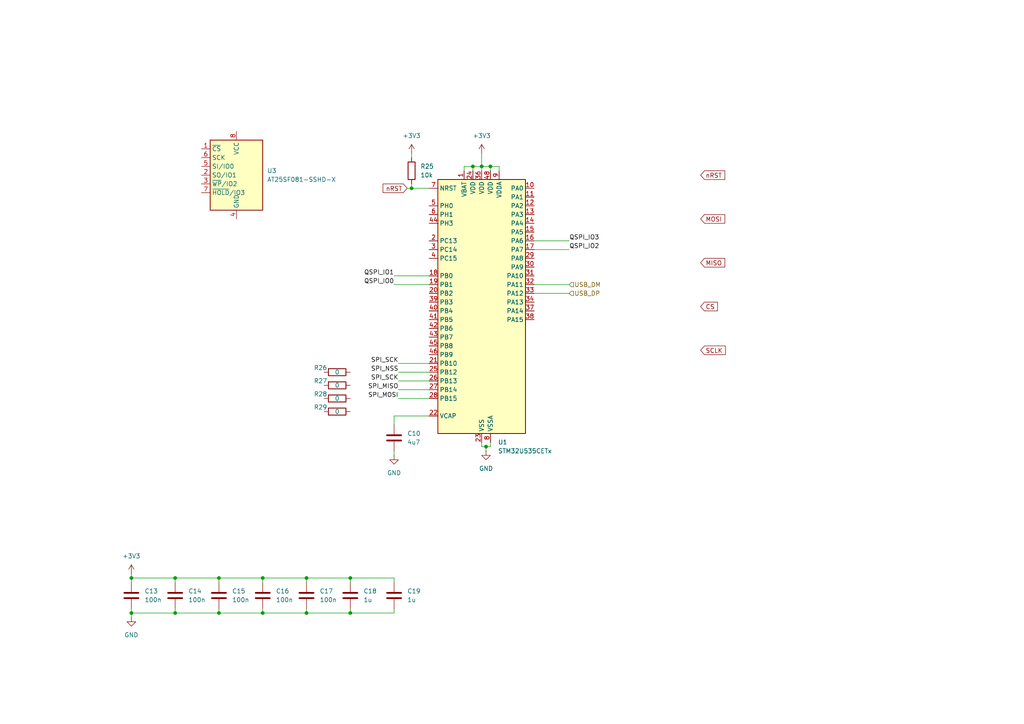
<source format=kicad_sch>
(kicad_sch
	(version 20231120)
	(generator "eeschema")
	(generator_version "8.0")
	(uuid "b530eeaf-28e4-4ef2-abbc-12b2bde26048")
	(paper "A4")
	(lib_symbols
		(symbol "Device:C"
			(pin_numbers hide)
			(pin_names
				(offset 0.254)
			)
			(exclude_from_sim no)
			(in_bom yes)
			(on_board yes)
			(property "Reference" "C"
				(at 0.635 2.54 0)
				(effects
					(font
						(size 1.27 1.27)
					)
					(justify left)
				)
			)
			(property "Value" "C"
				(at 0.635 -2.54 0)
				(effects
					(font
						(size 1.27 1.27)
					)
					(justify left)
				)
			)
			(property "Footprint" ""
				(at 0.9652 -3.81 0)
				(effects
					(font
						(size 1.27 1.27)
					)
					(hide yes)
				)
			)
			(property "Datasheet" "~"
				(at 0 0 0)
				(effects
					(font
						(size 1.27 1.27)
					)
					(hide yes)
				)
			)
			(property "Description" "Unpolarized capacitor"
				(at 0 0 0)
				(effects
					(font
						(size 1.27 1.27)
					)
					(hide yes)
				)
			)
			(property "ki_keywords" "cap capacitor"
				(at 0 0 0)
				(effects
					(font
						(size 1.27 1.27)
					)
					(hide yes)
				)
			)
			(property "ki_fp_filters" "C_*"
				(at 0 0 0)
				(effects
					(font
						(size 1.27 1.27)
					)
					(hide yes)
				)
			)
			(symbol "C_0_1"
				(polyline
					(pts
						(xy -2.032 -0.762) (xy 2.032 -0.762)
					)
					(stroke
						(width 0.508)
						(type default)
					)
					(fill
						(type none)
					)
				)
				(polyline
					(pts
						(xy -2.032 0.762) (xy 2.032 0.762)
					)
					(stroke
						(width 0.508)
						(type default)
					)
					(fill
						(type none)
					)
				)
			)
			(symbol "C_1_1"
				(pin passive line
					(at 0 3.81 270)
					(length 2.794)
					(name "~"
						(effects
							(font
								(size 1.27 1.27)
							)
						)
					)
					(number "1"
						(effects
							(font
								(size 1.27 1.27)
							)
						)
					)
				)
				(pin passive line
					(at 0 -3.81 90)
					(length 2.794)
					(name "~"
						(effects
							(font
								(size 1.27 1.27)
							)
						)
					)
					(number "2"
						(effects
							(font
								(size 1.27 1.27)
							)
						)
					)
				)
			)
		)
		(symbol "Device:R"
			(pin_numbers hide)
			(pin_names
				(offset 0)
			)
			(exclude_from_sim no)
			(in_bom yes)
			(on_board yes)
			(property "Reference" "R"
				(at 2.032 0 90)
				(effects
					(font
						(size 1.27 1.27)
					)
				)
			)
			(property "Value" "R"
				(at 0 0 90)
				(effects
					(font
						(size 1.27 1.27)
					)
				)
			)
			(property "Footprint" ""
				(at -1.778 0 90)
				(effects
					(font
						(size 1.27 1.27)
					)
					(hide yes)
				)
			)
			(property "Datasheet" "~"
				(at 0 0 0)
				(effects
					(font
						(size 1.27 1.27)
					)
					(hide yes)
				)
			)
			(property "Description" "Resistor"
				(at 0 0 0)
				(effects
					(font
						(size 1.27 1.27)
					)
					(hide yes)
				)
			)
			(property "ki_keywords" "R res resistor"
				(at 0 0 0)
				(effects
					(font
						(size 1.27 1.27)
					)
					(hide yes)
				)
			)
			(property "ki_fp_filters" "R_*"
				(at 0 0 0)
				(effects
					(font
						(size 1.27 1.27)
					)
					(hide yes)
				)
			)
			(symbol "R_0_1"
				(rectangle
					(start -1.016 -2.54)
					(end 1.016 2.54)
					(stroke
						(width 0.254)
						(type default)
					)
					(fill
						(type none)
					)
				)
			)
			(symbol "R_1_1"
				(pin passive line
					(at 0 3.81 270)
					(length 1.27)
					(name "~"
						(effects
							(font
								(size 1.27 1.27)
							)
						)
					)
					(number "1"
						(effects
							(font
								(size 1.27 1.27)
							)
						)
					)
				)
				(pin passive line
					(at 0 -3.81 90)
					(length 1.27)
					(name "~"
						(effects
							(font
								(size 1.27 1.27)
							)
						)
					)
					(number "2"
						(effects
							(font
								(size 1.27 1.27)
							)
						)
					)
				)
			)
		)
		(symbol "MCU_ST_STM32U5:STM32U535CETx"
			(exclude_from_sim no)
			(in_bom yes)
			(on_board yes)
			(property "Reference" "U"
				(at -12.7 39.37 0)
				(effects
					(font
						(size 1.27 1.27)
					)
					(justify left)
				)
			)
			(property "Value" "STM32U535CETx"
				(at 7.62 39.37 0)
				(effects
					(font
						(size 1.27 1.27)
					)
					(justify left)
				)
			)
			(property "Footprint" "Package_QFP:LQFP-48_7x7mm_P0.5mm"
				(at -12.7 -35.56 0)
				(effects
					(font
						(size 1.27 1.27)
					)
					(justify right)
					(hide yes)
				)
			)
			(property "Datasheet" "https://www.st.com/resource/en/datasheet/stm32u535ce.pdf"
				(at 0 0 0)
				(effects
					(font
						(size 1.27 1.27)
					)
					(hide yes)
				)
			)
			(property "Description" "STMicroelectronics Arm Cortex-M33 MCU, 512KB flash, 274KB RAM, 37 GPIO, LQFP48"
				(at 0 0 0)
				(effects
					(font
						(size 1.27 1.27)
					)
					(hide yes)
				)
			)
			(property "ki_locked" ""
				(at 0 0 0)
				(effects
					(font
						(size 1.27 1.27)
					)
				)
			)
			(property "ki_keywords" "Arm Cortex-M33 STM32U5 STM32U5x5"
				(at 0 0 0)
				(effects
					(font
						(size 1.27 1.27)
					)
					(hide yes)
				)
			)
			(property "ki_fp_filters" "LQFP*7x7mm*P0.5mm*"
				(at 0 0 0)
				(effects
					(font
						(size 1.27 1.27)
					)
					(hide yes)
				)
			)
			(symbol "STM32U535CETx_0_1"
				(rectangle
					(start -12.7 -35.56)
					(end 12.7 38.1)
					(stroke
						(width 0.254)
						(type default)
					)
					(fill
						(type background)
					)
				)
			)
			(symbol "STM32U535CETx_1_1"
				(pin power_in line
					(at -5.08 40.64 270)
					(length 2.54)
					(name "VBAT"
						(effects
							(font
								(size 1.27 1.27)
							)
						)
					)
					(number "1"
						(effects
							(font
								(size 1.27 1.27)
							)
						)
					)
				)
				(pin bidirectional line
					(at 15.24 35.56 180)
					(length 2.54)
					(name "PA0"
						(effects
							(font
								(size 1.27 1.27)
							)
						)
					)
					(number "10"
						(effects
							(font
								(size 1.27 1.27)
							)
						)
					)
					(alternate "ADC1_IN5" bidirectional line)
					(alternate "AUDIOCLK" bidirectional line)
					(alternate "OCTOSPI1_NCS" bidirectional line)
					(alternate "OPAMP1_VINP" bidirectional line)
					(alternate "PWR_WKUP1" bidirectional line)
					(alternate "SPI3_RDY" bidirectional line)
					(alternate "TAMP_IN2" bidirectional line)
					(alternate "TAMP_OUT1" bidirectional line)
					(alternate "TIM2_CH1" bidirectional line)
					(alternate "TIM2_ETR" bidirectional line)
					(alternate "TIM5_CH1" bidirectional line)
					(alternate "TIM8_ETR" bidirectional line)
					(alternate "UART4_TX" bidirectional line)
				)
				(pin bidirectional line
					(at 15.24 33.02 180)
					(length 2.54)
					(name "PA1"
						(effects
							(font
								(size 1.27 1.27)
							)
						)
					)
					(number "11"
						(effects
							(font
								(size 1.27 1.27)
							)
						)
					)
					(alternate "ADC1_IN6" bidirectional line)
					(alternate "I2C1_SMBA" bidirectional line)
					(alternate "LPTIM1_CH2" bidirectional line)
					(alternate "OCTOSPI1_DQS" bidirectional line)
					(alternate "OPAMP1_VINM" bidirectional line)
					(alternate "PWR_WKUP3" bidirectional line)
					(alternate "SPI1_SCK" bidirectional line)
					(alternate "TAMP_IN5" bidirectional line)
					(alternate "TAMP_OUT4" bidirectional line)
					(alternate "TIM15_CH1N" bidirectional line)
					(alternate "TIM2_CH2" bidirectional line)
					(alternate "TIM5_CH2" bidirectional line)
					(alternate "UART4_RX" bidirectional line)
				)
				(pin bidirectional line
					(at 15.24 30.48 180)
					(length 2.54)
					(name "PA2"
						(effects
							(font
								(size 1.27 1.27)
							)
						)
					)
					(number "12"
						(effects
							(font
								(size 1.27 1.27)
							)
						)
					)
					(alternate "ADC1_IN7" bidirectional line)
					(alternate "COMP1_INP" bidirectional line)
					(alternate "LPUART1_TX" bidirectional line)
					(alternate "OCTOSPI1_NCS" bidirectional line)
					(alternate "PWR_WKUP4" bidirectional line)
					(alternate "RCC_LSCO" bidirectional line)
					(alternate "SPI1_RDY" bidirectional line)
					(alternate "TIM15_CH1" bidirectional line)
					(alternate "TIM2_CH3" bidirectional line)
					(alternate "TIM5_CH3" bidirectional line)
				)
				(pin bidirectional line
					(at 15.24 27.94 180)
					(length 2.54)
					(name "PA3"
						(effects
							(font
								(size 1.27 1.27)
							)
						)
					)
					(number "13"
						(effects
							(font
								(size 1.27 1.27)
							)
						)
					)
					(alternate "ADC1_IN8" bidirectional line)
					(alternate "LPUART1_RX" bidirectional line)
					(alternate "OCTOSPI1_CLK" bidirectional line)
					(alternate "OPAMP1_VOUT" bidirectional line)
					(alternate "PWR_WKUP5" bidirectional line)
					(alternate "SAI1_CK1" bidirectional line)
					(alternate "SAI1_MCLK_A" bidirectional line)
					(alternate "TIM15_CH2" bidirectional line)
					(alternate "TIM2_CH4" bidirectional line)
					(alternate "TIM5_CH4" bidirectional line)
				)
				(pin bidirectional line
					(at 15.24 25.4 180)
					(length 2.54)
					(name "PA4"
						(effects
							(font
								(size 1.27 1.27)
							)
						)
					)
					(number "14"
						(effects
							(font
								(size 1.27 1.27)
							)
						)
					)
					(alternate "ADC1_IN9" bidirectional line)
					(alternate "ADC4_IN9" bidirectional line)
					(alternate "DAC1_OUT1" bidirectional line)
					(alternate "LPTIM2_CH1" bidirectional line)
					(alternate "OCTOSPI1_NCS" bidirectional line)
					(alternate "PWR_WKUP2" bidirectional line)
					(alternate "SAI1_FS_B" bidirectional line)
					(alternate "SPI1_NSS" bidirectional line)
					(alternate "SPI3_NSS" bidirectional line)
				)
				(pin bidirectional line
					(at 15.24 22.86 180)
					(length 2.54)
					(name "PA5"
						(effects
							(font
								(size 1.27 1.27)
							)
						)
					)
					(number "15"
						(effects
							(font
								(size 1.27 1.27)
							)
						)
					)
					(alternate "ADC1_IN10" bidirectional line)
					(alternate "ADC4_IN10" bidirectional line)
					(alternate "DAC1_OUT2" bidirectional line)
					(alternate "LPTIM2_ETR" bidirectional line)
					(alternate "PWR_CSLEEP" bidirectional line)
					(alternate "PWR_WKUP6" bidirectional line)
					(alternate "SPI1_SCK" bidirectional line)
					(alternate "TIM2_CH1" bidirectional line)
					(alternate "TIM2_ETR" bidirectional line)
					(alternate "TIM8_CH1N" bidirectional line)
					(alternate "USART3_RX" bidirectional line)
				)
				(pin bidirectional line
					(at 15.24 20.32 180)
					(length 2.54)
					(name "PA6"
						(effects
							(font
								(size 1.27 1.27)
							)
						)
					)
					(number "16"
						(effects
							(font
								(size 1.27 1.27)
							)
						)
					)
					(alternate "ADC1_IN11" bidirectional line)
					(alternate "ADC4_IN11" bidirectional line)
					(alternate "LPUART1_CTS" bidirectional line)
					(alternate "OCTOSPI1_IO3" bidirectional line)
					(alternate "PWR_CDSTOP" bidirectional line)
					(alternate "PWR_WKUP7" bidirectional line)
					(alternate "SPI1_MISO" bidirectional line)
					(alternate "TIM16_CH1" bidirectional line)
					(alternate "TIM1_BKIN" bidirectional line)
					(alternate "TIM3_CH1" bidirectional line)
					(alternate "TIM8_BKIN" bidirectional line)
					(alternate "USART3_CTS" bidirectional line)
				)
				(pin bidirectional line
					(at 15.24 17.78 180)
					(length 2.54)
					(name "PA7"
						(effects
							(font
								(size 1.27 1.27)
							)
						)
					)
					(number "17"
						(effects
							(font
								(size 1.27 1.27)
							)
						)
					)
					(alternate "ADC1_IN12" bidirectional line)
					(alternate "ADC4_IN20" bidirectional line)
					(alternate "I2C3_SCL" bidirectional line)
					(alternate "LPTIM2_CH2" bidirectional line)
					(alternate "OCTOSPI1_IO2" bidirectional line)
					(alternate "PWR_SRDSTOP" bidirectional line)
					(alternate "PWR_WKUP8" bidirectional line)
					(alternate "SPI1_MOSI" bidirectional line)
					(alternate "TIM17_CH1" bidirectional line)
					(alternate "TIM1_CH1N" bidirectional line)
					(alternate "TIM3_CH2" bidirectional line)
					(alternate "TIM8_CH1N" bidirectional line)
					(alternate "USART3_TX" bidirectional line)
				)
				(pin bidirectional line
					(at -15.24 10.16 0)
					(length 2.54)
					(name "PB0"
						(effects
							(font
								(size 1.27 1.27)
							)
						)
					)
					(number "18"
						(effects
							(font
								(size 1.27 1.27)
							)
						)
					)
					(alternate "ADC1_IN15" bidirectional line)
					(alternate "ADC4_IN18" bidirectional line)
					(alternate "AUDIOCLK" bidirectional line)
					(alternate "COMP1_OUT" bidirectional line)
					(alternate "LPTIM3_CH1" bidirectional line)
					(alternate "OCTOSPI1_IO1" bidirectional line)
					(alternate "SPI1_NSS" bidirectional line)
					(alternate "TIM1_CH2N" bidirectional line)
					(alternate "TIM3_CH3" bidirectional line)
					(alternate "TIM8_CH2N" bidirectional line)
					(alternate "USART3_CK" bidirectional line)
				)
				(pin bidirectional line
					(at -15.24 7.62 0)
					(length 2.54)
					(name "PB1"
						(effects
							(font
								(size 1.27 1.27)
							)
						)
					)
					(number "19"
						(effects
							(font
								(size 1.27 1.27)
							)
						)
					)
					(alternate "ADC1_IN16" bidirectional line)
					(alternate "ADC4_IN19" bidirectional line)
					(alternate "COMP1_INM" bidirectional line)
					(alternate "LPTIM2_IN1" bidirectional line)
					(alternate "LPTIM3_CH2" bidirectional line)
					(alternate "LPUART1_DE" bidirectional line)
					(alternate "LPUART1_RTS" bidirectional line)
					(alternate "MDF1_SDI0" bidirectional line)
					(alternate "OCTOSPI1_IO0" bidirectional line)
					(alternate "PWR_WKUP4" bidirectional line)
					(alternate "TIM1_CH3N" bidirectional line)
					(alternate "TIM3_CH4" bidirectional line)
					(alternate "TIM8_CH3N" bidirectional line)
					(alternate "USART3_DE" bidirectional line)
					(alternate "USART3_RTS" bidirectional line)
				)
				(pin bidirectional line
					(at -15.24 20.32 0)
					(length 2.54)
					(name "PC13"
						(effects
							(font
								(size 1.27 1.27)
							)
						)
					)
					(number "2"
						(effects
							(font
								(size 1.27 1.27)
							)
						)
					)
					(alternate "PWR_WKUP2" bidirectional line)
					(alternate "RTC_OUT1" bidirectional line)
					(alternate "RTC_TS" bidirectional line)
					(alternate "TAMP_IN1" bidirectional line)
					(alternate "TAMP_OUT2" bidirectional line)
				)
				(pin bidirectional line
					(at -15.24 5.08 0)
					(length 2.54)
					(name "PB2"
						(effects
							(font
								(size 1.27 1.27)
							)
						)
					)
					(number "20"
						(effects
							(font
								(size 1.27 1.27)
							)
						)
					)
					(alternate "ADC1_IN17" bidirectional line)
					(alternate "COMP1_INP" bidirectional line)
					(alternate "I2C3_SMBA" bidirectional line)
					(alternate "LPTIM1_CH1" bidirectional line)
					(alternate "MDF1_CKI0" bidirectional line)
					(alternate "OCTOSPI1_DQS" bidirectional line)
					(alternate "PWR_WKUP1" bidirectional line)
					(alternate "RTC_OUT2" bidirectional line)
					(alternate "SPI1_RDY" bidirectional line)
					(alternate "TIM8_CH4N" bidirectional line)
				)
				(pin bidirectional line
					(at -15.24 -15.24 0)
					(length 2.54)
					(name "PB10"
						(effects
							(font
								(size 1.27 1.27)
							)
						)
					)
					(number "21"
						(effects
							(font
								(size 1.27 1.27)
							)
						)
					)
					(alternate "COMP1_OUT" bidirectional line)
					(alternate "I2C2_SCL" bidirectional line)
					(alternate "I2C4_SCL" bidirectional line)
					(alternate "LPTIM3_CH1" bidirectional line)
					(alternate "LPUART1_RX" bidirectional line)
					(alternate "OCTOSPI1_CLK" bidirectional line)
					(alternate "PWR_WKUP8" bidirectional line)
					(alternate "SAI1_SCK_A" bidirectional line)
					(alternate "SPI2_SCK" bidirectional line)
					(alternate "TIM2_CH3" bidirectional line)
					(alternate "TSC_SYNC" bidirectional line)
					(alternate "USART3_TX" bidirectional line)
				)
				(pin power_out line
					(at -15.24 -30.48 0)
					(length 2.54)
					(name "VCAP"
						(effects
							(font
								(size 1.27 1.27)
							)
						)
					)
					(number "22"
						(effects
							(font
								(size 1.27 1.27)
							)
						)
					)
				)
				(pin power_in line
					(at 0 -38.1 90)
					(length 2.54)
					(name "VSS"
						(effects
							(font
								(size 1.27 1.27)
							)
						)
					)
					(number "23"
						(effects
							(font
								(size 1.27 1.27)
							)
						)
					)
				)
				(pin power_in line
					(at -2.54 40.64 270)
					(length 2.54)
					(name "VDD"
						(effects
							(font
								(size 1.27 1.27)
							)
						)
					)
					(number "24"
						(effects
							(font
								(size 1.27 1.27)
							)
						)
					)
				)
				(pin bidirectional line
					(at -15.24 -17.78 0)
					(length 2.54)
					(name "PB12"
						(effects
							(font
								(size 1.27 1.27)
							)
						)
					)
					(number "25"
						(effects
							(font
								(size 1.27 1.27)
							)
						)
					)
					(alternate "I2C2_SMBA" bidirectional line)
					(alternate "LPUART1_DE" bidirectional line)
					(alternate "LPUART1_RTS" bidirectional line)
					(alternate "MDF1_SDI1" bidirectional line)
					(alternate "OCTOSPI1_NCLK" bidirectional line)
					(alternate "SPI2_NSS" bidirectional line)
					(alternate "TIM15_BKIN" bidirectional line)
					(alternate "TIM1_BKIN" bidirectional line)
					(alternate "TSC_G1_IO1" bidirectional line)
					(alternate "USART3_CK" bidirectional line)
				)
				(pin bidirectional line
					(at -15.24 -20.32 0)
					(length 2.54)
					(name "PB13"
						(effects
							(font
								(size 1.27 1.27)
							)
						)
					)
					(number "26"
						(effects
							(font
								(size 1.27 1.27)
							)
						)
					)
					(alternate "I2C2_SCL" bidirectional line)
					(alternate "LPTIM3_IN1" bidirectional line)
					(alternate "LPUART1_CTS" bidirectional line)
					(alternate "MDF1_CKI1" bidirectional line)
					(alternate "SPI2_SCK" bidirectional line)
					(alternate "TIM15_CH1N" bidirectional line)
					(alternate "TIM1_CH1N" bidirectional line)
					(alternate "TSC_G1_IO2" bidirectional line)
					(alternate "USART3_CTS" bidirectional line)
				)
				(pin bidirectional line
					(at -15.24 -22.86 0)
					(length 2.54)
					(name "PB14"
						(effects
							(font
								(size 1.27 1.27)
							)
						)
					)
					(number "27"
						(effects
							(font
								(size 1.27 1.27)
							)
						)
					)
					(alternate "I2C2_SDA" bidirectional line)
					(alternate "LPTIM3_ETR" bidirectional line)
					(alternate "SPI2_MISO" bidirectional line)
					(alternate "TIM15_CH1" bidirectional line)
					(alternate "TIM1_CH2N" bidirectional line)
					(alternate "TIM8_CH2N" bidirectional line)
					(alternate "TSC_G1_IO3" bidirectional line)
					(alternate "USART3_DE" bidirectional line)
					(alternate "USART3_RTS" bidirectional line)
				)
				(pin bidirectional line
					(at -15.24 -25.4 0)
					(length 2.54)
					(name "PB15"
						(effects
							(font
								(size 1.27 1.27)
							)
						)
					)
					(number "28"
						(effects
							(font
								(size 1.27 1.27)
							)
						)
					)
					(alternate "ADC1_EXTI15" bidirectional line)
					(alternate "ADC4_EXTI15" bidirectional line)
					(alternate "LPTIM2_IN2" bidirectional line)
					(alternate "PWR_WKUP7" bidirectional line)
					(alternate "RTC_REFIN" bidirectional line)
					(alternate "SPI2_MOSI" bidirectional line)
					(alternate "TIM15_CH2" bidirectional line)
					(alternate "TIM1_CH3N" bidirectional line)
					(alternate "TIM8_CH3N" bidirectional line)
				)
				(pin bidirectional line
					(at 15.24 15.24 180)
					(length 2.54)
					(name "PA8"
						(effects
							(font
								(size 1.27 1.27)
							)
						)
					)
					(number "29"
						(effects
							(font
								(size 1.27 1.27)
							)
						)
					)
					(alternate "DEBUG_TRACECLK" bidirectional line)
					(alternate "LPTIM2_CH1" bidirectional line)
					(alternate "RCC_MCO" bidirectional line)
					(alternate "SAI1_CK2" bidirectional line)
					(alternate "SAI1_SCK_A" bidirectional line)
					(alternate "SPI1_RDY" bidirectional line)
					(alternate "TIM1_CH1" bidirectional line)
					(alternate "USART1_CK" bidirectional line)
					(alternate "USB_SOF" bidirectional line)
				)
				(pin bidirectional line
					(at -15.24 17.78 0)
					(length 2.54)
					(name "PC14"
						(effects
							(font
								(size 1.27 1.27)
							)
						)
					)
					(number "3"
						(effects
							(font
								(size 1.27 1.27)
							)
						)
					)
					(alternate "RCC_OSC32_IN" bidirectional line)
				)
				(pin bidirectional line
					(at 15.24 12.7 180)
					(length 2.54)
					(name "PA9"
						(effects
							(font
								(size 1.27 1.27)
							)
						)
					)
					(number "30"
						(effects
							(font
								(size 1.27 1.27)
							)
						)
					)
					(alternate "DAC1_EXTI9" bidirectional line)
					(alternate "SAI1_FS_A" bidirectional line)
					(alternate "SPI2_SCK" bidirectional line)
					(alternate "TIM15_BKIN" bidirectional line)
					(alternate "TIM1_CH2" bidirectional line)
					(alternate "USART1_TX" bidirectional line)
				)
				(pin bidirectional line
					(at 15.24 10.16 180)
					(length 2.54)
					(name "PA10"
						(effects
							(font
								(size 1.27 1.27)
							)
						)
					)
					(number "31"
						(effects
							(font
								(size 1.27 1.27)
							)
						)
					)
					(alternate "CRS_SYNC" bidirectional line)
					(alternate "LPTIM2_IN2" bidirectional line)
					(alternate "SAI1_D1" bidirectional line)
					(alternate "SAI1_SD_A" bidirectional line)
					(alternate "TIM17_BKIN" bidirectional line)
					(alternate "TIM1_CH3" bidirectional line)
					(alternate "USART1_RX" bidirectional line)
				)
				(pin bidirectional line
					(at 15.24 7.62 180)
					(length 2.54)
					(name "PA11"
						(effects
							(font
								(size 1.27 1.27)
							)
						)
					)
					(number "32"
						(effects
							(font
								(size 1.27 1.27)
							)
						)
					)
					(alternate "ADC1_EXTI11" bidirectional line)
					(alternate "FDCAN1_RX" bidirectional line)
					(alternate "SPI1_MISO" bidirectional line)
					(alternate "TIM1_BKIN2" bidirectional line)
					(alternate "TIM1_CH4" bidirectional line)
					(alternate "USART1_CTS" bidirectional line)
					(alternate "USB_DM" bidirectional line)
				)
				(pin bidirectional line
					(at 15.24 5.08 180)
					(length 2.54)
					(name "PA12"
						(effects
							(font
								(size 1.27 1.27)
							)
						)
					)
					(number "33"
						(effects
							(font
								(size 1.27 1.27)
							)
						)
					)
					(alternate "FDCAN1_TX" bidirectional line)
					(alternate "OCTOSPI1_NCS" bidirectional line)
					(alternate "SPI1_MOSI" bidirectional line)
					(alternate "TIM1_ETR" bidirectional line)
					(alternate "USART1_DE" bidirectional line)
					(alternate "USART1_RTS" bidirectional line)
					(alternate "USB_DP" bidirectional line)
				)
				(pin bidirectional line
					(at 15.24 2.54 180)
					(length 2.54)
					(name "PA13"
						(effects
							(font
								(size 1.27 1.27)
							)
						)
					)
					(number "34"
						(effects
							(font
								(size 1.27 1.27)
							)
						)
					)
					(alternate "DEBUG_JTMS-SWDIO" bidirectional line)
					(alternate "IR_OUT" bidirectional line)
					(alternate "SAI1_SD_B" bidirectional line)
					(alternate "USB_NOE" bidirectional line)
				)
				(pin passive line
					(at 0 -38.1 90)
					(length 2.54) hide
					(name "VSS"
						(effects
							(font
								(size 1.27 1.27)
							)
						)
					)
					(number "35"
						(effects
							(font
								(size 1.27 1.27)
							)
						)
					)
				)
				(pin power_in line
					(at 0 40.64 270)
					(length 2.54)
					(name "VDD"
						(effects
							(font
								(size 1.27 1.27)
							)
						)
					)
					(number "36"
						(effects
							(font
								(size 1.27 1.27)
							)
						)
					)
				)
				(pin bidirectional line
					(at 15.24 0 180)
					(length 2.54)
					(name "PA14"
						(effects
							(font
								(size 1.27 1.27)
							)
						)
					)
					(number "37"
						(effects
							(font
								(size 1.27 1.27)
							)
						)
					)
					(alternate "DEBUG_JTCK-SWCLK" bidirectional line)
					(alternate "I2C1_SMBA" bidirectional line)
					(alternate "I2C4_SMBA" bidirectional line)
					(alternate "LPTIM1_CH1" bidirectional line)
					(alternate "SAI1_FS_B" bidirectional line)
					(alternate "USB_SOF" bidirectional line)
				)
				(pin bidirectional line
					(at 15.24 -2.54 180)
					(length 2.54)
					(name "PA15"
						(effects
							(font
								(size 1.27 1.27)
							)
						)
					)
					(number "38"
						(effects
							(font
								(size 1.27 1.27)
							)
						)
					)
					(alternate "ADC1_EXTI15" bidirectional line)
					(alternate "ADC4_EXTI15" bidirectional line)
					(alternate "DEBUG_JTDI" bidirectional line)
					(alternate "SPI1_NSS" bidirectional line)
					(alternate "SPI3_NSS" bidirectional line)
					(alternate "TIM2_CH1" bidirectional line)
					(alternate "TIM2_ETR" bidirectional line)
					(alternate "UART4_DE" bidirectional line)
					(alternate "UART4_RTS" bidirectional line)
					(alternate "USART3_DE" bidirectional line)
					(alternate "USART3_RTS" bidirectional line)
				)
				(pin bidirectional line
					(at -15.24 2.54 0)
					(length 2.54)
					(name "PB3"
						(effects
							(font
								(size 1.27 1.27)
							)
						)
					)
					(number "39"
						(effects
							(font
								(size 1.27 1.27)
							)
						)
					)
					(alternate "ADF1_CCK0" bidirectional line)
					(alternate "COMP1_INP" bidirectional line)
					(alternate "CRS_SYNC" bidirectional line)
					(alternate "DEBUG_JTDO-SWO" bidirectional line)
					(alternate "I2C1_SDA" bidirectional line)
					(alternate "LPTIM1_CH1" bidirectional line)
					(alternate "SAI1_SCK_B" bidirectional line)
					(alternate "SPI1_SCK" bidirectional line)
					(alternate "SPI3_SCK" bidirectional line)
					(alternate "TIM2_CH2" bidirectional line)
					(alternate "USART1_DE" bidirectional line)
					(alternate "USART1_RTS" bidirectional line)
				)
				(pin bidirectional line
					(at -15.24 15.24 0)
					(length 2.54)
					(name "PC15"
						(effects
							(font
								(size 1.27 1.27)
							)
						)
					)
					(number "4"
						(effects
							(font
								(size 1.27 1.27)
							)
						)
					)
					(alternate "ADC1_EXTI15" bidirectional line)
					(alternate "ADC4_EXTI15" bidirectional line)
					(alternate "RCC_OSC32_OUT" bidirectional line)
				)
				(pin bidirectional line
					(at -15.24 0 0)
					(length 2.54)
					(name "PB4"
						(effects
							(font
								(size 1.27 1.27)
							)
						)
					)
					(number "40"
						(effects
							(font
								(size 1.27 1.27)
							)
						)
					)
					(alternate "ADF1_SDI0" bidirectional line)
					(alternate "COMP1_INP" bidirectional line)
					(alternate "DEBUG_JTRST" bidirectional line)
					(alternate "I2C3_SDA" bidirectional line)
					(alternate "LPTIM1_CH2" bidirectional line)
					(alternate "SAI1_MCLK_B" bidirectional line)
					(alternate "SPI1_MISO" bidirectional line)
					(alternate "SPI3_MISO" bidirectional line)
					(alternate "TIM17_BKIN" bidirectional line)
					(alternate "TIM3_CH1" bidirectional line)
					(alternate "TSC_G2_IO1" bidirectional line)
					(alternate "USART1_CTS" bidirectional line)
				)
				(pin bidirectional line
					(at -15.24 -2.54 0)
					(length 2.54)
					(name "PB5"
						(effects
							(font
								(size 1.27 1.27)
							)
						)
					)
					(number "41"
						(effects
							(font
								(size 1.27 1.27)
							)
						)
					)
					(alternate "I2C1_SMBA" bidirectional line)
					(alternate "LPTIM1_IN1" bidirectional line)
					(alternate "OCTOSPI1_NCLK" bidirectional line)
					(alternate "PWR_WKUP6" bidirectional line)
					(alternate "SAI1_SD_B" bidirectional line)
					(alternate "SPI1_MOSI" bidirectional line)
					(alternate "SPI3_MOSI" bidirectional line)
					(alternate "TIM16_BKIN" bidirectional line)
					(alternate "TIM3_CH2" bidirectional line)
					(alternate "TSC_G2_IO2" bidirectional line)
					(alternate "USART1_CK" bidirectional line)
				)
				(pin bidirectional line
					(at -15.24 -5.08 0)
					(length 2.54)
					(name "PB6"
						(effects
							(font
								(size 1.27 1.27)
							)
						)
					)
					(number "42"
						(effects
							(font
								(size 1.27 1.27)
							)
						)
					)
					(alternate "COMP1_INP" bidirectional line)
					(alternate "I2C1_SCL" bidirectional line)
					(alternate "I2C4_SCL" bidirectional line)
					(alternate "LPTIM1_ETR" bidirectional line)
					(alternate "PWR_WKUP3" bidirectional line)
					(alternate "SAI1_FS_B" bidirectional line)
					(alternate "TIM16_CH1N" bidirectional line)
					(alternate "TIM4_CH1" bidirectional line)
					(alternate "TIM8_BKIN2" bidirectional line)
					(alternate "TSC_G2_IO3" bidirectional line)
					(alternate "USART1_TX" bidirectional line)
				)
				(pin bidirectional line
					(at -15.24 -7.62 0)
					(length 2.54)
					(name "PB7"
						(effects
							(font
								(size 1.27 1.27)
							)
						)
					)
					(number "43"
						(effects
							(font
								(size 1.27 1.27)
							)
						)
					)
					(alternate "I2C1_SDA" bidirectional line)
					(alternate "I2C4_SDA" bidirectional line)
					(alternate "LPTIM1_IN2" bidirectional line)
					(alternate "PWR_PVD_IN" bidirectional line)
					(alternate "PWR_WKUP4" bidirectional line)
					(alternate "TIM17_CH1N" bidirectional line)
					(alternate "TIM4_CH2" bidirectional line)
					(alternate "TIM8_BKIN" bidirectional line)
					(alternate "TSC_G2_IO4" bidirectional line)
					(alternate "UART4_CTS" bidirectional line)
					(alternate "USART1_RX" bidirectional line)
				)
				(pin bidirectional line
					(at -15.24 25.4 0)
					(length 2.54)
					(name "PH3"
						(effects
							(font
								(size 1.27 1.27)
							)
						)
					)
					(number "44"
						(effects
							(font
								(size 1.27 1.27)
							)
						)
					)
				)
				(pin bidirectional line
					(at -15.24 -10.16 0)
					(length 2.54)
					(name "PB8"
						(effects
							(font
								(size 1.27 1.27)
							)
						)
					)
					(number "45"
						(effects
							(font
								(size 1.27 1.27)
							)
						)
					)
					(alternate "FDCAN1_RX" bidirectional line)
					(alternate "I2C1_SCL" bidirectional line)
					(alternate "MDF1_CCK0" bidirectional line)
					(alternate "PWR_WKUP5" bidirectional line)
					(alternate "SAI1_CK1" bidirectional line)
					(alternate "SAI1_MCLK_A" bidirectional line)
					(alternate "SPI3_RDY" bidirectional line)
					(alternate "TIM16_CH1" bidirectional line)
					(alternate "TIM4_CH3" bidirectional line)
				)
				(pin bidirectional line
					(at -15.24 -12.7 0)
					(length 2.54)
					(name "PB9"
						(effects
							(font
								(size 1.27 1.27)
							)
						)
					)
					(number "46"
						(effects
							(font
								(size 1.27 1.27)
							)
						)
					)
					(alternate "DAC1_EXTI9" bidirectional line)
					(alternate "FDCAN1_TX" bidirectional line)
					(alternate "I2C1_SDA" bidirectional line)
					(alternate "IR_OUT" bidirectional line)
					(alternate "SAI1_D2" bidirectional line)
					(alternate "SAI1_FS_A" bidirectional line)
					(alternate "SPI2_NSS" bidirectional line)
					(alternate "TIM17_CH1" bidirectional line)
					(alternate "TIM4_CH4" bidirectional line)
				)
				(pin passive line
					(at 0 -38.1 90)
					(length 2.54) hide
					(name "VSS"
						(effects
							(font
								(size 1.27 1.27)
							)
						)
					)
					(number "47"
						(effects
							(font
								(size 1.27 1.27)
							)
						)
					)
				)
				(pin power_in line
					(at 2.54 40.64 270)
					(length 2.54)
					(name "VDD"
						(effects
							(font
								(size 1.27 1.27)
							)
						)
					)
					(number "48"
						(effects
							(font
								(size 1.27 1.27)
							)
						)
					)
				)
				(pin bidirectional line
					(at -15.24 30.48 0)
					(length 2.54)
					(name "PH0"
						(effects
							(font
								(size 1.27 1.27)
							)
						)
					)
					(number "5"
						(effects
							(font
								(size 1.27 1.27)
							)
						)
					)
					(alternate "RCC_OSC_IN" bidirectional line)
				)
				(pin bidirectional line
					(at -15.24 27.94 0)
					(length 2.54)
					(name "PH1"
						(effects
							(font
								(size 1.27 1.27)
							)
						)
					)
					(number "6"
						(effects
							(font
								(size 1.27 1.27)
							)
						)
					)
					(alternate "RCC_OSC_OUT" bidirectional line)
				)
				(pin input line
					(at -15.24 35.56 0)
					(length 2.54)
					(name "NRST"
						(effects
							(font
								(size 1.27 1.27)
							)
						)
					)
					(number "7"
						(effects
							(font
								(size 1.27 1.27)
							)
						)
					)
				)
				(pin power_in line
					(at 2.54 -38.1 90)
					(length 2.54)
					(name "VSSA"
						(effects
							(font
								(size 1.27 1.27)
							)
						)
					)
					(number "8"
						(effects
							(font
								(size 1.27 1.27)
							)
						)
					)
				)
				(pin power_in line
					(at 5.08 40.64 270)
					(length 2.54)
					(name "VDDA"
						(effects
							(font
								(size 1.27 1.27)
							)
						)
					)
					(number "9"
						(effects
							(font
								(size 1.27 1.27)
							)
						)
					)
				)
			)
		)
		(symbol "Memory_Flash:AT25SF081-SSHD-X"
			(exclude_from_sim no)
			(in_bom yes)
			(on_board yes)
			(property "Reference" "U"
				(at -6.35 11.43 0)
				(effects
					(font
						(size 1.27 1.27)
					)
				)
			)
			(property "Value" "AT25SF081-SSHD-X"
				(at 11.43 11.43 0)
				(effects
					(font
						(size 1.27 1.27)
					)
				)
			)
			(property "Footprint" "Package_SO:SOIC-8_3.9x4.9mm_P1.27mm"
				(at 0 -15.24 0)
				(effects
					(font
						(size 1.27 1.27)
					)
					(hide yes)
				)
			)
			(property "Datasheet" "https://www.adestotech.com/wp-content/uploads/DS-AT25SF081_045.pdf"
				(at 0 0 0)
				(effects
					(font
						(size 1.27 1.27)
					)
					(hide yes)
				)
			)
			(property "Description" "8-Mbit, 2.5V Minimum SPI Serial Flash Memory with Dual-I/O and Quad-I/O Support, SOIC-8"
				(at 0 0 0)
				(effects
					(font
						(size 1.27 1.27)
					)
					(hide yes)
				)
			)
			(property "ki_keywords" "SPI DSPI QSPI 8Mbit 2.5V"
				(at 0 0 0)
				(effects
					(font
						(size 1.27 1.27)
					)
					(hide yes)
				)
			)
			(property "ki_fp_filters" "SOIC?8*3.9x4.9mm*P1.27mm*"
				(at 0 0 0)
				(effects
					(font
						(size 1.27 1.27)
					)
					(hide yes)
				)
			)
			(symbol "AT25SF081-SSHD-X_0_1"
				(rectangle
					(start -7.62 10.16)
					(end 7.62 -10.16)
					(stroke
						(width 0.254)
						(type default)
					)
					(fill
						(type background)
					)
				)
			)
			(symbol "AT25SF081-SSHD-X_1_1"
				(pin input line
					(at -10.16 7.62 0)
					(length 2.54)
					(name "~{CS}"
						(effects
							(font
								(size 1.27 1.27)
							)
						)
					)
					(number "1"
						(effects
							(font
								(size 1.27 1.27)
							)
						)
					)
				)
				(pin bidirectional line
					(at -10.16 0 0)
					(length 2.54)
					(name "SO/IO1"
						(effects
							(font
								(size 1.27 1.27)
							)
						)
					)
					(number "2"
						(effects
							(font
								(size 1.27 1.27)
							)
						)
					)
				)
				(pin bidirectional line
					(at -10.16 -2.54 0)
					(length 2.54)
					(name "~{WP}/IO2"
						(effects
							(font
								(size 1.27 1.27)
							)
						)
					)
					(number "3"
						(effects
							(font
								(size 1.27 1.27)
							)
						)
					)
				)
				(pin power_in line
					(at 0 -12.7 90)
					(length 2.54)
					(name "GND"
						(effects
							(font
								(size 1.27 1.27)
							)
						)
					)
					(number "4"
						(effects
							(font
								(size 1.27 1.27)
							)
						)
					)
				)
				(pin bidirectional line
					(at -10.16 2.54 0)
					(length 2.54)
					(name "SI/IO0"
						(effects
							(font
								(size 1.27 1.27)
							)
						)
					)
					(number "5"
						(effects
							(font
								(size 1.27 1.27)
							)
						)
					)
				)
				(pin input line
					(at -10.16 5.08 0)
					(length 2.54)
					(name "SCK"
						(effects
							(font
								(size 1.27 1.27)
							)
						)
					)
					(number "6"
						(effects
							(font
								(size 1.27 1.27)
							)
						)
					)
				)
				(pin bidirectional line
					(at -10.16 -5.08 0)
					(length 2.54)
					(name "~{HOLD}/IO3"
						(effects
							(font
								(size 1.27 1.27)
							)
						)
					)
					(number "7"
						(effects
							(font
								(size 1.27 1.27)
							)
						)
					)
				)
				(pin power_in line
					(at 0 12.7 270)
					(length 2.54)
					(name "VCC"
						(effects
							(font
								(size 1.27 1.27)
							)
						)
					)
					(number "8"
						(effects
							(font
								(size 1.27 1.27)
							)
						)
					)
				)
			)
		)
		(symbol "power:+3V3"
			(power)
			(pin_numbers hide)
			(pin_names
				(offset 0) hide)
			(exclude_from_sim no)
			(in_bom yes)
			(on_board yes)
			(property "Reference" "#PWR"
				(at 0 -3.81 0)
				(effects
					(font
						(size 1.27 1.27)
					)
					(hide yes)
				)
			)
			(property "Value" "+3V3"
				(at 0 3.556 0)
				(effects
					(font
						(size 1.27 1.27)
					)
				)
			)
			(property "Footprint" ""
				(at 0 0 0)
				(effects
					(font
						(size 1.27 1.27)
					)
					(hide yes)
				)
			)
			(property "Datasheet" ""
				(at 0 0 0)
				(effects
					(font
						(size 1.27 1.27)
					)
					(hide yes)
				)
			)
			(property "Description" "Power symbol creates a global label with name \"+3V3\""
				(at 0 0 0)
				(effects
					(font
						(size 1.27 1.27)
					)
					(hide yes)
				)
			)
			(property "ki_keywords" "global power"
				(at 0 0 0)
				(effects
					(font
						(size 1.27 1.27)
					)
					(hide yes)
				)
			)
			(symbol "+3V3_0_1"
				(polyline
					(pts
						(xy -0.762 1.27) (xy 0 2.54)
					)
					(stroke
						(width 0)
						(type default)
					)
					(fill
						(type none)
					)
				)
				(polyline
					(pts
						(xy 0 0) (xy 0 2.54)
					)
					(stroke
						(width 0)
						(type default)
					)
					(fill
						(type none)
					)
				)
				(polyline
					(pts
						(xy 0 2.54) (xy 0.762 1.27)
					)
					(stroke
						(width 0)
						(type default)
					)
					(fill
						(type none)
					)
				)
			)
			(symbol "+3V3_1_1"
				(pin power_in line
					(at 0 0 90)
					(length 0)
					(name "~"
						(effects
							(font
								(size 1.27 1.27)
							)
						)
					)
					(number "1"
						(effects
							(font
								(size 1.27 1.27)
							)
						)
					)
				)
			)
		)
		(symbol "power:GND"
			(power)
			(pin_numbers hide)
			(pin_names
				(offset 0) hide)
			(exclude_from_sim no)
			(in_bom yes)
			(on_board yes)
			(property "Reference" "#PWR"
				(at 0 -6.35 0)
				(effects
					(font
						(size 1.27 1.27)
					)
					(hide yes)
				)
			)
			(property "Value" "GND"
				(at 0 -3.81 0)
				(effects
					(font
						(size 1.27 1.27)
					)
				)
			)
			(property "Footprint" ""
				(at 0 0 0)
				(effects
					(font
						(size 1.27 1.27)
					)
					(hide yes)
				)
			)
			(property "Datasheet" ""
				(at 0 0 0)
				(effects
					(font
						(size 1.27 1.27)
					)
					(hide yes)
				)
			)
			(property "Description" "Power symbol creates a global label with name \"GND\" , ground"
				(at 0 0 0)
				(effects
					(font
						(size 1.27 1.27)
					)
					(hide yes)
				)
			)
			(property "ki_keywords" "global power"
				(at 0 0 0)
				(effects
					(font
						(size 1.27 1.27)
					)
					(hide yes)
				)
			)
			(symbol "GND_0_1"
				(polyline
					(pts
						(xy 0 0) (xy 0 -1.27) (xy 1.27 -1.27) (xy 0 -2.54) (xy -1.27 -1.27) (xy 0 -1.27)
					)
					(stroke
						(width 0)
						(type default)
					)
					(fill
						(type none)
					)
				)
			)
			(symbol "GND_1_1"
				(pin power_in line
					(at 0 0 270)
					(length 0)
					(name "~"
						(effects
							(font
								(size 1.27 1.27)
							)
						)
					)
					(number "1"
						(effects
							(font
								(size 1.27 1.27)
							)
						)
					)
				)
			)
		)
	)
	(junction
		(at 101.6 167.64)
		(diameter 0)
		(color 0 0 0 0)
		(uuid "01a80b23-635a-44c2-b6a0-7b57ad4cade4")
	)
	(junction
		(at 88.9 167.64)
		(diameter 0)
		(color 0 0 0 0)
		(uuid "106d89d1-0791-44af-9e12-89cd07f5a597")
	)
	(junction
		(at 38.1 177.8)
		(diameter 0)
		(color 0 0 0 0)
		(uuid "1ec88f9f-2b8a-485e-9fe5-5648137b3965")
	)
	(junction
		(at 63.5 177.8)
		(diameter 0)
		(color 0 0 0 0)
		(uuid "2c86d88c-c2c5-4b89-91f3-ca6c9aeeca57")
	)
	(junction
		(at 50.8 177.8)
		(diameter 0)
		(color 0 0 0 0)
		(uuid "3f6f2acf-c555-4f9c-a860-b10949968861")
	)
	(junction
		(at 101.6 177.8)
		(diameter 0)
		(color 0 0 0 0)
		(uuid "4dd50f95-251c-4448-95fd-48cbae7f5db2")
	)
	(junction
		(at 63.5 167.64)
		(diameter 0)
		(color 0 0 0 0)
		(uuid "50e1f257-043f-4625-8981-a460ee61f13d")
	)
	(junction
		(at 140.97 129.54)
		(diameter 0)
		(color 0 0 0 0)
		(uuid "599a5954-8e72-4c11-be0c-4b80af600f74")
	)
	(junction
		(at 50.8 167.64)
		(diameter 0)
		(color 0 0 0 0)
		(uuid "5dc12480-21e7-4ad7-b628-a8df9985eed4")
	)
	(junction
		(at 142.24 48.26)
		(diameter 0)
		(color 0 0 0 0)
		(uuid "5f6aa803-9fdf-4cba-ae3b-7fc5b89879cf")
	)
	(junction
		(at 76.2 177.8)
		(diameter 0)
		(color 0 0 0 0)
		(uuid "60324f05-6bba-4391-a36f-c13c060d82c6")
	)
	(junction
		(at 38.1 167.64)
		(diameter 0)
		(color 0 0 0 0)
		(uuid "70e0929c-2962-4a1d-8743-649f2c0184dd")
	)
	(junction
		(at 88.9 177.8)
		(diameter 0)
		(color 0 0 0 0)
		(uuid "acf6b7e6-7f35-484a-8772-64183dbd24b9")
	)
	(junction
		(at 137.16 48.26)
		(diameter 0)
		(color 0 0 0 0)
		(uuid "d213367f-5aaa-4cbd-96ba-5cf2e3fd2394")
	)
	(junction
		(at 119.38 54.61)
		(diameter 0)
		(color 0 0 0 0)
		(uuid "d85be273-ad9a-4447-846d-dc48d629c3d8")
	)
	(junction
		(at 139.7 48.26)
		(diameter 0)
		(color 0 0 0 0)
		(uuid "d8fcc6aa-5369-4e16-b8b8-97d6d4330e8a")
	)
	(junction
		(at 76.2 167.64)
		(diameter 0)
		(color 0 0 0 0)
		(uuid "e67c2147-4a42-4c1e-ac89-d64bd39615e6")
	)
	(wire
		(pts
			(xy 139.7 48.26) (xy 142.24 48.26)
		)
		(stroke
			(width 0)
			(type default)
		)
		(uuid "005890c5-f0df-4e6c-9d43-9c880e249b73")
	)
	(wire
		(pts
			(xy 139.7 48.26) (xy 139.7 49.53)
		)
		(stroke
			(width 0)
			(type default)
		)
		(uuid "03042dbe-b8eb-4efc-9a6b-af0c9977e711")
	)
	(wire
		(pts
			(xy 142.24 48.26) (xy 142.24 49.53)
		)
		(stroke
			(width 0)
			(type default)
		)
		(uuid "05bb89ff-9a04-4158-9548-15f60047b249")
	)
	(wire
		(pts
			(xy 114.3 120.65) (xy 114.3 123.19)
		)
		(stroke
			(width 0)
			(type default)
		)
		(uuid "11824ec4-8324-4a48-b12f-b8142a041aef")
	)
	(wire
		(pts
			(xy 88.9 177.8) (xy 88.9 176.53)
		)
		(stroke
			(width 0)
			(type default)
		)
		(uuid "181d501b-883c-4c2d-99a2-5086b7e609ef")
	)
	(wire
		(pts
			(xy 63.5 177.8) (xy 76.2 177.8)
		)
		(stroke
			(width 0)
			(type default)
		)
		(uuid "215e0943-a0f4-444c-a1ea-86faa51fbfa2")
	)
	(wire
		(pts
			(xy 115.57 107.95) (xy 124.46 107.95)
		)
		(stroke
			(width 0)
			(type default)
		)
		(uuid "23c1fd90-3ea3-4626-a4fa-59770965724f")
	)
	(wire
		(pts
			(xy 137.16 48.26) (xy 137.16 49.53)
		)
		(stroke
			(width 0)
			(type default)
		)
		(uuid "2422b985-fa65-4c3d-b97e-ed953d6f2467")
	)
	(wire
		(pts
			(xy 38.1 176.53) (xy 38.1 177.8)
		)
		(stroke
			(width 0)
			(type default)
		)
		(uuid "258b2b62-3018-4aa8-a5fc-ab39d62b7d43")
	)
	(wire
		(pts
			(xy 76.2 176.53) (xy 76.2 177.8)
		)
		(stroke
			(width 0)
			(type default)
		)
		(uuid "2ffb799a-3845-4215-8523-8f8b6b34ed00")
	)
	(wire
		(pts
			(xy 140.97 129.54) (xy 139.7 129.54)
		)
		(stroke
			(width 0)
			(type default)
		)
		(uuid "354b18b7-54c6-440a-b551-211527bd5487")
	)
	(wire
		(pts
			(xy 114.3 130.81) (xy 114.3 132.08)
		)
		(stroke
			(width 0)
			(type default)
		)
		(uuid "3cba8f66-a13a-4f86-8de0-82ee2cd825f9")
	)
	(wire
		(pts
			(xy 115.57 105.41) (xy 124.46 105.41)
		)
		(stroke
			(width 0)
			(type default)
		)
		(uuid "47931901-f32b-4192-b4b6-ad2ca1e6e408")
	)
	(wire
		(pts
			(xy 115.57 115.57) (xy 124.46 115.57)
		)
		(stroke
			(width 0)
			(type default)
		)
		(uuid "4d9adbdc-edad-4632-8714-bf367a7ccba1")
	)
	(wire
		(pts
			(xy 38.1 167.64) (xy 50.8 167.64)
		)
		(stroke
			(width 0)
			(type default)
		)
		(uuid "540305f6-f9c5-47de-8c74-562d1fa7dcf1")
	)
	(wire
		(pts
			(xy 50.8 167.64) (xy 50.8 168.91)
		)
		(stroke
			(width 0)
			(type default)
		)
		(uuid "553d2a0e-da73-45fe-b64d-f26d3a2cc1e6")
	)
	(wire
		(pts
			(xy 88.9 177.8) (xy 101.6 177.8)
		)
		(stroke
			(width 0)
			(type default)
		)
		(uuid "58fbdfdd-9017-4dfe-96d6-5f3444be2e77")
	)
	(wire
		(pts
			(xy 38.1 166.37) (xy 38.1 167.64)
		)
		(stroke
			(width 0)
			(type default)
		)
		(uuid "5923fe95-97f3-42cf-a3be-49807c605f66")
	)
	(wire
		(pts
			(xy 88.9 167.64) (xy 88.9 168.91)
		)
		(stroke
			(width 0)
			(type default)
		)
		(uuid "5b571f82-bf9b-4a18-ac3e-01af45387da0")
	)
	(wire
		(pts
			(xy 114.3 167.64) (xy 114.3 168.91)
		)
		(stroke
			(width 0)
			(type default)
		)
		(uuid "5bc04d23-4263-43eb-ac5e-eb815e1d7378")
	)
	(wire
		(pts
			(xy 142.24 48.26) (xy 144.78 48.26)
		)
		(stroke
			(width 0)
			(type default)
		)
		(uuid "5d505be2-874e-4d8c-9951-d3225c3cfe04")
	)
	(wire
		(pts
			(xy 124.46 120.65) (xy 114.3 120.65)
		)
		(stroke
			(width 0)
			(type default)
		)
		(uuid "68dc0944-1ce7-4635-afb8-22bbfb13a18c")
	)
	(wire
		(pts
			(xy 139.7 129.54) (xy 139.7 128.27)
		)
		(stroke
			(width 0)
			(type default)
		)
		(uuid "6ddf5bfd-3bc4-4215-b1bf-32731b899c15")
	)
	(wire
		(pts
			(xy 101.6 167.64) (xy 101.6 168.91)
		)
		(stroke
			(width 0)
			(type default)
		)
		(uuid "6e8dd445-668e-4f19-a6ca-20b64666c384")
	)
	(wire
		(pts
			(xy 134.62 49.53) (xy 134.62 48.26)
		)
		(stroke
			(width 0)
			(type default)
		)
		(uuid "7134836b-947d-47c9-a0e7-35a66d78400d")
	)
	(wire
		(pts
			(xy 88.9 167.64) (xy 101.6 167.64)
		)
		(stroke
			(width 0)
			(type default)
		)
		(uuid "74522dd0-7206-42fe-88cb-1b5b1608324a")
	)
	(wire
		(pts
			(xy 76.2 167.64) (xy 76.2 168.91)
		)
		(stroke
			(width 0)
			(type default)
		)
		(uuid "7cec90bd-2114-4a14-b7db-3db997ade70e")
	)
	(wire
		(pts
			(xy 38.1 177.8) (xy 50.8 177.8)
		)
		(stroke
			(width 0)
			(type default)
		)
		(uuid "854b27c4-6b2b-4e70-9411-bc70cd532e8b")
	)
	(wire
		(pts
			(xy 144.78 48.26) (xy 144.78 49.53)
		)
		(stroke
			(width 0)
			(type default)
		)
		(uuid "89b2d87f-013b-462f-9594-cf2d9650e873")
	)
	(wire
		(pts
			(xy 63.5 167.64) (xy 63.5 168.91)
		)
		(stroke
			(width 0)
			(type default)
		)
		(uuid "89eb7f03-66fe-41c1-a4fd-cd57a74539ad")
	)
	(wire
		(pts
			(xy 101.6 177.8) (xy 114.3 177.8)
		)
		(stroke
			(width 0)
			(type default)
		)
		(uuid "8b44fd1d-7483-418f-83fb-315b41dbc0e8")
	)
	(wire
		(pts
			(xy 50.8 167.64) (xy 63.5 167.64)
		)
		(stroke
			(width 0)
			(type default)
		)
		(uuid "8c28744c-8495-4675-b415-8826a2a8c505")
	)
	(wire
		(pts
			(xy 118.11 54.61) (xy 119.38 54.61)
		)
		(stroke
			(width 0)
			(type default)
		)
		(uuid "95cfe9a2-fab2-4821-a6dc-ac85efa6e445")
	)
	(wire
		(pts
			(xy 114.3 82.55) (xy 124.46 82.55)
		)
		(stroke
			(width 0)
			(type default)
		)
		(uuid "9f3db1a9-93e2-494d-a90f-4a951ed7a477")
	)
	(wire
		(pts
			(xy 154.94 85.09) (xy 165.1 85.09)
		)
		(stroke
			(width 0)
			(type default)
		)
		(uuid "a6adb4cc-4291-4bfe-b4c9-dec638b08f61")
	)
	(wire
		(pts
			(xy 114.3 80.01) (xy 124.46 80.01)
		)
		(stroke
			(width 0)
			(type default)
		)
		(uuid "abe9ee00-c560-4f0b-9514-793f51a755f0")
	)
	(wire
		(pts
			(xy 63.5 167.64) (xy 76.2 167.64)
		)
		(stroke
			(width 0)
			(type default)
		)
		(uuid "b66a5910-951d-487d-b326-a50ae620b7e1")
	)
	(wire
		(pts
			(xy 115.57 110.49) (xy 124.46 110.49)
		)
		(stroke
			(width 0)
			(type default)
		)
		(uuid "bb9ab2a9-a69f-4cd5-b1c2-d7ab1c80b38a")
	)
	(wire
		(pts
			(xy 115.57 113.03) (xy 124.46 113.03)
		)
		(stroke
			(width 0)
			(type default)
		)
		(uuid "bf24cafd-991d-4f20-93ed-d0e6bf901e55")
	)
	(wire
		(pts
			(xy 119.38 54.61) (xy 124.46 54.61)
		)
		(stroke
			(width 0)
			(type default)
		)
		(uuid "bfe6e3eb-a11c-4b53-8d64-69587a9b3330")
	)
	(wire
		(pts
			(xy 119.38 44.45) (xy 119.38 45.72)
		)
		(stroke
			(width 0)
			(type default)
		)
		(uuid "c11562a4-0702-4e31-8143-6c8425366b1b")
	)
	(wire
		(pts
			(xy 165.1 72.39) (xy 154.94 72.39)
		)
		(stroke
			(width 0)
			(type default)
		)
		(uuid "c3936e48-0511-461b-8db8-1980ffe90162")
	)
	(wire
		(pts
			(xy 50.8 176.53) (xy 50.8 177.8)
		)
		(stroke
			(width 0)
			(type default)
		)
		(uuid "c5d1b262-32e0-4bdd-9ac0-2cadbaebbbde")
	)
	(wire
		(pts
			(xy 140.97 129.54) (xy 142.24 129.54)
		)
		(stroke
			(width 0)
			(type default)
		)
		(uuid "c6a94b1b-22bc-4c18-ae49-0d1896239bce")
	)
	(wire
		(pts
			(xy 154.94 82.55) (xy 165.1 82.55)
		)
		(stroke
			(width 0)
			(type default)
		)
		(uuid "c826e1ca-b74b-458b-a25a-7611b103517e")
	)
	(wire
		(pts
			(xy 134.62 48.26) (xy 137.16 48.26)
		)
		(stroke
			(width 0)
			(type default)
		)
		(uuid "c8612fb7-51a2-40ec-a0df-9510632e6282")
	)
	(wire
		(pts
			(xy 137.16 48.26) (xy 139.7 48.26)
		)
		(stroke
			(width 0)
			(type default)
		)
		(uuid "c8f579d5-6f75-456f-8067-b0cf67928236")
	)
	(wire
		(pts
			(xy 101.6 167.64) (xy 114.3 167.64)
		)
		(stroke
			(width 0)
			(type default)
		)
		(uuid "c94c3e31-ef18-48b0-9b23-4ec5aba9d05d")
	)
	(wire
		(pts
			(xy 76.2 167.64) (xy 88.9 167.64)
		)
		(stroke
			(width 0)
			(type default)
		)
		(uuid "d2f44564-eaf8-44d1-a8a0-6756a2f49c17")
	)
	(wire
		(pts
			(xy 139.7 44.45) (xy 139.7 48.26)
		)
		(stroke
			(width 0)
			(type default)
		)
		(uuid "d6a78e9c-5ada-474e-b3b4-fb6e8a9ec166")
	)
	(wire
		(pts
			(xy 142.24 129.54) (xy 142.24 128.27)
		)
		(stroke
			(width 0)
			(type default)
		)
		(uuid "d8bc87c5-51fd-4ca2-bf63-45c2d3413af4")
	)
	(wire
		(pts
			(xy 165.1 69.85) (xy 154.94 69.85)
		)
		(stroke
			(width 0)
			(type default)
		)
		(uuid "d978a7f1-82c4-44ef-a90d-ece969ecb296")
	)
	(wire
		(pts
			(xy 140.97 130.81) (xy 140.97 129.54)
		)
		(stroke
			(width 0)
			(type default)
		)
		(uuid "e0e8ea86-b7c5-4418-b749-6309942d48c5")
	)
	(wire
		(pts
			(xy 63.5 176.53) (xy 63.5 177.8)
		)
		(stroke
			(width 0)
			(type default)
		)
		(uuid "e3575702-55d6-4fd4-a25a-34075b22c7c5")
	)
	(wire
		(pts
			(xy 119.38 53.34) (xy 119.38 54.61)
		)
		(stroke
			(width 0)
			(type default)
		)
		(uuid "e8a078fa-7638-4b8c-9cc8-578a527c3840")
	)
	(wire
		(pts
			(xy 38.1 168.91) (xy 38.1 167.64)
		)
		(stroke
			(width 0)
			(type default)
		)
		(uuid "eb6e8df3-91e1-423a-8c36-4c904a38ae82")
	)
	(wire
		(pts
			(xy 50.8 177.8) (xy 63.5 177.8)
		)
		(stroke
			(width 0)
			(type default)
		)
		(uuid "ef58a967-a54c-4521-8827-58e58c7c388a")
	)
	(wire
		(pts
			(xy 114.3 177.8) (xy 114.3 176.53)
		)
		(stroke
			(width 0)
			(type default)
		)
		(uuid "f00f2ab5-2993-4a66-a441-5183271c02f3")
	)
	(wire
		(pts
			(xy 38.1 177.8) (xy 38.1 179.07)
		)
		(stroke
			(width 0)
			(type default)
		)
		(uuid "f32faaee-157b-4bbc-9593-2c02e687bb77")
	)
	(wire
		(pts
			(xy 76.2 177.8) (xy 88.9 177.8)
		)
		(stroke
			(width 0)
			(type default)
		)
		(uuid "f3fe19a8-6eeb-4624-a165-ad922eb1f594")
	)
	(wire
		(pts
			(xy 101.6 176.53) (xy 101.6 177.8)
		)
		(stroke
			(width 0)
			(type default)
		)
		(uuid "f56104f3-dada-47ff-b1c7-471ee61374a3")
	)
	(label "SPI_SCK"
		(at 115.57 110.49 180)
		(fields_autoplaced yes)
		(effects
			(font
				(size 1.27 1.27)
			)
			(justify right bottom)
		)
		(uuid "099301c0-db54-4a9d-ab88-de868b326364")
	)
	(label "SPI_SCK"
		(at 115.57 105.41 180)
		(fields_autoplaced yes)
		(effects
			(font
				(size 1.27 1.27)
			)
			(justify right bottom)
		)
		(uuid "127b11fa-1346-410f-9285-df098aafec5e")
	)
	(label "SPI_NSS"
		(at 115.57 107.95 180)
		(fields_autoplaced yes)
		(effects
			(font
				(size 1.27 1.27)
			)
			(justify right bottom)
		)
		(uuid "26b72224-bcfa-4ef1-ad82-265a9b09aa8a")
	)
	(label "SPI_MOSI"
		(at 115.57 115.57 180)
		(fields_autoplaced yes)
		(effects
			(font
				(size 1.27 1.27)
			)
			(justify right bottom)
		)
		(uuid "5f2d1166-88a7-40d9-9097-445700417be0")
	)
	(label "SPI_MISO"
		(at 115.57 113.03 180)
		(fields_autoplaced yes)
		(effects
			(font
				(size 1.27 1.27)
			)
			(justify right bottom)
		)
		(uuid "6a763f0f-ab3a-4c7d-9499-73a4b12fd138")
	)
	(label "QSPI_IO0"
		(at 114.3 82.55 180)
		(fields_autoplaced yes)
		(effects
			(font
				(size 1.27 1.27)
			)
			(justify right bottom)
		)
		(uuid "7bdc4615-4102-4c77-b0fd-3dcd417620e5")
	)
	(label "QSPI_IO3"
		(at 165.1 69.85 0)
		(fields_autoplaced yes)
		(effects
			(font
				(size 1.27 1.27)
			)
			(justify left bottom)
		)
		(uuid "9f12c410-e533-4f2d-b774-a5b7f35155ee")
	)
	(label "QSPI_IO1"
		(at 114.3 80.01 180)
		(fields_autoplaced yes)
		(effects
			(font
				(size 1.27 1.27)
			)
			(justify right bottom)
		)
		(uuid "b68bd924-1fae-47c6-8910-1345062a7e52")
	)
	(label "QSPI_IO2"
		(at 165.1 72.39 0)
		(fields_autoplaced yes)
		(effects
			(font
				(size 1.27 1.27)
			)
			(justify left bottom)
		)
		(uuid "d6c15d9f-849c-4f70-883c-a8620e698018")
	)
	(global_label "nRST"
		(shape input)
		(at 203.2 50.8 0)
		(fields_autoplaced yes)
		(effects
			(font
				(size 1.27 1.27)
			)
			(justify left)
		)
		(uuid "15889c59-5592-42fe-9327-a5d8c8cd68f5")
		(property "Intersheetrefs" "${INTERSHEET_REFS}"
			(at 210.7813 50.8 0)
			(effects
				(font
					(size 1.27 1.27)
				)
				(justify left)
				(hide yes)
			)
		)
	)
	(global_label "MISO"
		(shape input)
		(at 203.2 76.2 0)
		(fields_autoplaced yes)
		(effects
			(font
				(size 1.27 1.27)
			)
			(justify left)
		)
		(uuid "24a70061-fb8b-43f6-a500-bace03c687d4")
		(property "Intersheetrefs" "${INTERSHEET_REFS}"
			(at 210.7814 76.2 0)
			(effects
				(font
					(size 1.27 1.27)
				)
				(justify left)
				(hide yes)
			)
		)
	)
	(global_label "MOSI"
		(shape input)
		(at 203.2 63.5 0)
		(fields_autoplaced yes)
		(effects
			(font
				(size 1.27 1.27)
			)
			(justify left)
		)
		(uuid "2c81b0d1-bc79-4259-98f8-6bd0a0a79039")
		(property "Intersheetrefs" "${INTERSHEET_REFS}"
			(at 210.7814 63.5 0)
			(effects
				(font
					(size 1.27 1.27)
				)
				(justify left)
				(hide yes)
			)
		)
	)
	(global_label "CS"
		(shape input)
		(at 203.2 88.9 0)
		(fields_autoplaced yes)
		(effects
			(font
				(size 1.27 1.27)
			)
			(justify left)
		)
		(uuid "657a3888-b79d-4aec-8d16-39d19699ac3a")
		(property "Intersheetrefs" "${INTERSHEET_REFS}"
			(at 208.6647 88.9 0)
			(effects
				(font
					(size 1.27 1.27)
				)
				(justify left)
				(hide yes)
			)
		)
	)
	(global_label "nRST"
		(shape input)
		(at 118.11 54.61 180)
		(fields_autoplaced yes)
		(effects
			(font
				(size 1.27 1.27)
			)
			(justify right)
		)
		(uuid "793f9a73-758a-4334-8291-44d782031313")
		(property "Intersheetrefs" "${INTERSHEET_REFS}"
			(at 110.5287 54.61 0)
			(effects
				(font
					(size 1.27 1.27)
				)
				(justify right)
				(hide yes)
			)
		)
	)
	(global_label "SCLK"
		(shape input)
		(at 203.2 101.6 0)
		(fields_autoplaced yes)
		(effects
			(font
				(size 1.27 1.27)
			)
			(justify left)
		)
		(uuid "9263921b-e113-43b6-bd41-09dfcf46be9e")
		(property "Intersheetrefs" "${INTERSHEET_REFS}"
			(at 210.9628 101.6 0)
			(effects
				(font
					(size 1.27 1.27)
				)
				(justify left)
				(hide yes)
			)
		)
	)
	(hierarchical_label "USB_DM"
		(shape input)
		(at 165.1 82.55 0)
		(fields_autoplaced yes)
		(effects
			(font
				(size 1.27 1.27)
			)
			(justify left)
		)
		(uuid "99b1d5e7-a672-42e4-a2f3-f3c093b6e80d")
	)
	(hierarchical_label "USB_DP"
		(shape input)
		(at 165.1 85.09 0)
		(fields_autoplaced yes)
		(effects
			(font
				(size 1.27 1.27)
			)
			(justify left)
		)
		(uuid "ebbb82b7-17b5-4ce1-bc2b-646ce70240db")
	)
	(symbol
		(lib_id "Device:C")
		(at 88.9 172.72 0)
		(unit 1)
		(exclude_from_sim no)
		(in_bom yes)
		(on_board yes)
		(dnp no)
		(fields_autoplaced yes)
		(uuid "02f741b1-d55e-4218-b651-d25987740b73")
		(property "Reference" "C17"
			(at 92.71 171.4499 0)
			(effects
				(font
					(size 1.27 1.27)
				)
				(justify left)
			)
		)
		(property "Value" "100n"
			(at 92.71 173.9899 0)
			(effects
				(font
					(size 1.27 1.27)
				)
				(justify left)
			)
		)
		(property "Footprint" ""
			(at 89.8652 176.53 0)
			(effects
				(font
					(size 1.27 1.27)
				)
				(hide yes)
			)
		)
		(property "Datasheet" "~"
			(at 88.9 172.72 0)
			(effects
				(font
					(size 1.27 1.27)
				)
				(hide yes)
			)
		)
		(property "Description" "Unpolarized capacitor"
			(at 88.9 172.72 0)
			(effects
				(font
					(size 1.27 1.27)
				)
				(hide yes)
			)
		)
		(pin "2"
			(uuid "eb7df5c1-0813-4aba-bb49-593d063d7d43")
		)
		(pin "1"
			(uuid "2414da33-8275-4569-af54-8a54377ad789")
		)
		(instances
			(project "rf_phase_delay"
				(path "/ecfae643-93f7-4320-971e-1a2690f71d35/f01b6d76-30f2-4d28-8ef0-2b23b3e9e051"
					(reference "C17")
					(unit 1)
				)
			)
		)
	)
	(symbol
		(lib_id "power:+3V3")
		(at 119.38 44.45 0)
		(unit 1)
		(exclude_from_sim no)
		(in_bom yes)
		(on_board yes)
		(dnp no)
		(fields_autoplaced yes)
		(uuid "145f2e77-d69e-42ab-9d6f-a10cba0e793a")
		(property "Reference" "#PWR018"
			(at 119.38 48.26 0)
			(effects
				(font
					(size 1.27 1.27)
				)
				(hide yes)
			)
		)
		(property "Value" "+3V3"
			(at 119.38 39.37 0)
			(effects
				(font
					(size 1.27 1.27)
				)
			)
		)
		(property "Footprint" ""
			(at 119.38 44.45 0)
			(effects
				(font
					(size 1.27 1.27)
				)
				(hide yes)
			)
		)
		(property "Datasheet" ""
			(at 119.38 44.45 0)
			(effects
				(font
					(size 1.27 1.27)
				)
				(hide yes)
			)
		)
		(property "Description" "Power symbol creates a global label with name \"+3V3\""
			(at 119.38 44.45 0)
			(effects
				(font
					(size 1.27 1.27)
				)
				(hide yes)
			)
		)
		(pin "1"
			(uuid "7977f750-ff49-4a72-ae08-a95b451f1f17")
		)
		(instances
			(project "rf_phase_delay"
				(path "/ecfae643-93f7-4320-971e-1a2690f71d35/f01b6d76-30f2-4d28-8ef0-2b23b3e9e051"
					(reference "#PWR018")
					(unit 1)
				)
			)
		)
	)
	(symbol
		(lib_id "MCU_ST_STM32U5:STM32U535CETx")
		(at 139.7 90.17 0)
		(unit 1)
		(exclude_from_sim no)
		(in_bom yes)
		(on_board yes)
		(dnp no)
		(fields_autoplaced yes)
		(uuid "155871f8-a5b7-4e46-81d8-1017b1dc1729")
		(property "Reference" "U1"
			(at 144.4341 128.27 0)
			(effects
				(font
					(size 1.27 1.27)
				)
				(justify left)
			)
		)
		(property "Value" "STM32U535CETx"
			(at 144.4341 130.81 0)
			(effects
				(font
					(size 1.27 1.27)
				)
				(justify left)
			)
		)
		(property "Footprint" "Package_QFP:LQFP-48_7x7mm_P0.5mm"
			(at 127 125.73 0)
			(effects
				(font
					(size 1.27 1.27)
				)
				(justify right)
				(hide yes)
			)
		)
		(property "Datasheet" "https://www.st.com/resource/en/datasheet/stm32u535ce.pdf"
			(at 139.7 90.17 0)
			(effects
				(font
					(size 1.27 1.27)
				)
				(hide yes)
			)
		)
		(property "Description" "STMicroelectronics Arm Cortex-M33 MCU, 512KB flash, 274KB RAM, 37 GPIO, LQFP48"
			(at 139.7 90.17 0)
			(effects
				(font
					(size 1.27 1.27)
				)
				(hide yes)
			)
		)
		(pin "22"
			(uuid "8c03c2a9-f05a-43e7-b18c-14551bb9da32")
		)
		(pin "3"
			(uuid "af80a1c1-8091-4a52-afa9-f4edc54b61b1")
		)
		(pin "10"
			(uuid "96ea675f-2e9d-4754-a12e-c7f36109615a")
		)
		(pin "40"
			(uuid "e2206b69-c1b4-452a-a685-798b201b304e")
		)
		(pin "12"
			(uuid "ad29e97f-398f-420b-aa1c-dfca9fee33d1")
		)
		(pin "15"
			(uuid "c3d6ee1a-7823-44d9-8320-4792df5d76f9")
		)
		(pin "31"
			(uuid "9b746bf7-7817-456c-9a60-028ebe3aba40")
		)
		(pin "45"
			(uuid "4d7ac379-aad2-4277-adc5-c871c8c26e5f")
		)
		(pin "29"
			(uuid "7355cb7a-ba99-405a-ada6-ad97b87f6c06")
		)
		(pin "26"
			(uuid "033e800d-23ef-4bf2-8976-8b037b12e98f")
		)
		(pin "48"
			(uuid "32fddbd2-9cce-463d-864c-a847059c0585")
		)
		(pin "2"
			(uuid "6eb34cad-5d1a-4237-a68b-099bfcc560fd")
		)
		(pin "21"
			(uuid "e98515ac-18e4-44e3-85b2-45bbf948ffe8")
		)
		(pin "13"
			(uuid "ee5dc46c-0031-464d-a64b-edf9df51cb91")
		)
		(pin "25"
			(uuid "a29b27c1-6c87-46ae-8666-f409e9a12331")
		)
		(pin "30"
			(uuid "b2be767e-1678-47b8-b795-6d5e65a3c01b")
		)
		(pin "35"
			(uuid "4026ad9b-8948-457f-8ae3-2cc069b7e3ad")
		)
		(pin "18"
			(uuid "a067bf25-2327-4809-a569-07d375f7eb25")
		)
		(pin "37"
			(uuid "8765dcd5-a61a-4d02-8a22-ead8f8dac0fa")
		)
		(pin "11"
			(uuid "eb2a6020-f691-48c0-83a7-d45e56237c4a")
		)
		(pin "17"
			(uuid "e21f223a-3249-49fc-8f77-da73395d80de")
		)
		(pin "23"
			(uuid "2e3800ff-ee8d-4346-9062-a1e4bae59ecf")
		)
		(pin "16"
			(uuid "551458ea-0cc1-4476-b60c-5021350decdc")
		)
		(pin "27"
			(uuid "dca16504-c885-46fa-a554-afc868812e60")
		)
		(pin "14"
			(uuid "c758d7f6-9b27-47e9-9e24-02f14d1afdff")
		)
		(pin "1"
			(uuid "4eadf904-a186-4237-a436-310bae8bfb06")
		)
		(pin "24"
			(uuid "9ec33981-9dbb-46db-be66-7a83fdba8b3a")
		)
		(pin "28"
			(uuid "6cca4ee4-7ed4-4c14-a963-00dc286ff3f3")
		)
		(pin "33"
			(uuid "7376918c-9524-4b3d-9a12-83fdb5566277")
		)
		(pin "34"
			(uuid "cc157102-eb8c-4b5d-b6bc-c55054a20f13")
		)
		(pin "36"
			(uuid "2f12c33b-a943-4363-b67c-c087981ccf11")
		)
		(pin "39"
			(uuid "492d29f7-4fca-44aa-a503-19fd34abca03")
		)
		(pin "4"
			(uuid "c9df1121-256f-49af-8fdb-a7fb36f822b1")
		)
		(pin "42"
			(uuid "8e9090fc-7069-468f-b0cc-f9ee03a43c6f")
		)
		(pin "43"
			(uuid "a3b0b1b1-38db-45a5-91bc-7ab09921b5bb")
		)
		(pin "5"
			(uuid "ee85e93c-ae8b-482f-ba36-77ddfec5b79d")
		)
		(pin "44"
			(uuid "10dd331d-7a3f-47ce-bdc1-bb0f8d718fe3")
		)
		(pin "32"
			(uuid "3d00259c-ab76-488e-8807-d4ddac25808e")
		)
		(pin "8"
			(uuid "8df5c47e-a6d8-4473-9d08-1a58162fd888")
		)
		(pin "9"
			(uuid "81f5e1c5-8e9f-40a9-9d37-d4dbd45752f3")
		)
		(pin "19"
			(uuid "8899df73-5aaa-4c4c-8dde-9e72a757ff48")
		)
		(pin "41"
			(uuid "c82cb538-fceb-4d88-b855-fd61cbaa2ab7")
		)
		(pin "20"
			(uuid "c562b51c-6240-447c-b5ec-54f34d716518")
		)
		(pin "38"
			(uuid "c4fcbbe5-a9ae-4012-9993-398b85f1e53c")
		)
		(pin "46"
			(uuid "60d2182f-7941-44f6-a024-7cba8d86f77f")
		)
		(pin "47"
			(uuid "412ecdd5-a607-4c96-9d93-2ecba103b9bc")
		)
		(pin "6"
			(uuid "b94a1b3e-7fde-4411-90f7-a200bdc18de6")
		)
		(pin "7"
			(uuid "33269b6b-7ac6-45f1-a474-99a65c51df96")
		)
		(instances
			(project ""
				(path "/ecfae643-93f7-4320-971e-1a2690f71d35/f01b6d76-30f2-4d28-8ef0-2b23b3e9e051"
					(reference "U1")
					(unit 1)
				)
			)
		)
	)
	(symbol
		(lib_id "Device:R")
		(at 97.79 115.57 90)
		(unit 1)
		(exclude_from_sim no)
		(in_bom yes)
		(on_board yes)
		(dnp no)
		(uuid "1d161dc9-eeb2-4ad9-8ff5-6bf5c65000ca")
		(property "Reference" "R28"
			(at 92.964 114.3 90)
			(effects
				(font
					(size 1.27 1.27)
				)
			)
		)
		(property "Value" "0"
			(at 97.79 115.57 90)
			(effects
				(font
					(size 1.27 1.27)
				)
			)
		)
		(property "Footprint" ""
			(at 97.79 117.348 90)
			(effects
				(font
					(size 1.27 1.27)
				)
				(hide yes)
			)
		)
		(property "Datasheet" "~"
			(at 97.79 115.57 0)
			(effects
				(font
					(size 1.27 1.27)
				)
				(hide yes)
			)
		)
		(property "Description" "Resistor"
			(at 97.79 115.57 0)
			(effects
				(font
					(size 1.27 1.27)
				)
				(hide yes)
			)
		)
		(pin "2"
			(uuid "12299fa8-83ea-491a-9c00-13122e04dbfe")
		)
		(pin "1"
			(uuid "545e56c0-dc0c-4dba-a4d2-ae2f0d5f5a5f")
		)
		(instances
			(project "rf_phase_delay"
				(path "/ecfae643-93f7-4320-971e-1a2690f71d35/f01b6d76-30f2-4d28-8ef0-2b23b3e9e051"
					(reference "R28")
					(unit 1)
				)
			)
		)
	)
	(symbol
		(lib_id "Device:C")
		(at 38.1 172.72 0)
		(unit 1)
		(exclude_from_sim no)
		(in_bom yes)
		(on_board yes)
		(dnp no)
		(fields_autoplaced yes)
		(uuid "1fa03ea5-a525-49f2-acf2-35b2ed73eb26")
		(property "Reference" "C13"
			(at 41.91 171.4499 0)
			(effects
				(font
					(size 1.27 1.27)
				)
				(justify left)
			)
		)
		(property "Value" "100n"
			(at 41.91 173.9899 0)
			(effects
				(font
					(size 1.27 1.27)
				)
				(justify left)
			)
		)
		(property "Footprint" ""
			(at 39.0652 176.53 0)
			(effects
				(font
					(size 1.27 1.27)
				)
				(hide yes)
			)
		)
		(property "Datasheet" "~"
			(at 38.1 172.72 0)
			(effects
				(font
					(size 1.27 1.27)
				)
				(hide yes)
			)
		)
		(property "Description" "Unpolarized capacitor"
			(at 38.1 172.72 0)
			(effects
				(font
					(size 1.27 1.27)
				)
				(hide yes)
			)
		)
		(pin "2"
			(uuid "0589d880-24ae-4e4c-b5ca-a814e06b39d1")
		)
		(pin "1"
			(uuid "48b14279-1f1b-4222-9545-6072da0367be")
		)
		(instances
			(project ""
				(path "/ecfae643-93f7-4320-971e-1a2690f71d35/f01b6d76-30f2-4d28-8ef0-2b23b3e9e051"
					(reference "C13")
					(unit 1)
				)
			)
		)
	)
	(symbol
		(lib_id "Device:R")
		(at 97.79 111.76 90)
		(unit 1)
		(exclude_from_sim no)
		(in_bom yes)
		(on_board yes)
		(dnp no)
		(uuid "2a772ed1-8a4d-44c2-b403-a7383080fd40")
		(property "Reference" "R27"
			(at 92.964 110.49 90)
			(effects
				(font
					(size 1.27 1.27)
				)
			)
		)
		(property "Value" "0"
			(at 97.79 111.76 90)
			(effects
				(font
					(size 1.27 1.27)
				)
			)
		)
		(property "Footprint" ""
			(at 97.79 113.538 90)
			(effects
				(font
					(size 1.27 1.27)
				)
				(hide yes)
			)
		)
		(property "Datasheet" "~"
			(at 97.79 111.76 0)
			(effects
				(font
					(size 1.27 1.27)
				)
				(hide yes)
			)
		)
		(property "Description" "Resistor"
			(at 97.79 111.76 0)
			(effects
				(font
					(size 1.27 1.27)
				)
				(hide yes)
			)
		)
		(pin "2"
			(uuid "9562dcfc-786a-429f-87b4-b97f8648c6f7")
		)
		(pin "1"
			(uuid "8f129ba6-8bdf-4fa7-8062-9a8b32d9b141")
		)
		(instances
			(project "rf_phase_delay"
				(path "/ecfae643-93f7-4320-971e-1a2690f71d35/f01b6d76-30f2-4d28-8ef0-2b23b3e9e051"
					(reference "R27")
					(unit 1)
				)
			)
		)
	)
	(symbol
		(lib_id "Device:C")
		(at 50.8 172.72 0)
		(unit 1)
		(exclude_from_sim no)
		(in_bom yes)
		(on_board yes)
		(dnp no)
		(fields_autoplaced yes)
		(uuid "2e1bfb55-0bc9-4341-983a-6d21037dfa54")
		(property "Reference" "C14"
			(at 54.61 171.4499 0)
			(effects
				(font
					(size 1.27 1.27)
				)
				(justify left)
			)
		)
		(property "Value" "100n"
			(at 54.61 173.9899 0)
			(effects
				(font
					(size 1.27 1.27)
				)
				(justify left)
			)
		)
		(property "Footprint" ""
			(at 51.7652 176.53 0)
			(effects
				(font
					(size 1.27 1.27)
				)
				(hide yes)
			)
		)
		(property "Datasheet" "~"
			(at 50.8 172.72 0)
			(effects
				(font
					(size 1.27 1.27)
				)
				(hide yes)
			)
		)
		(property "Description" "Unpolarized capacitor"
			(at 50.8 172.72 0)
			(effects
				(font
					(size 1.27 1.27)
				)
				(hide yes)
			)
		)
		(pin "2"
			(uuid "d8689fe6-c12b-4ea4-b9d7-f9c248f2ebbd")
		)
		(pin "1"
			(uuid "07e43bc9-012e-4930-8eea-2ab829e34f87")
		)
		(instances
			(project "rf_phase_delay"
				(path "/ecfae643-93f7-4320-971e-1a2690f71d35/f01b6d76-30f2-4d28-8ef0-2b23b3e9e051"
					(reference "C14")
					(unit 1)
				)
			)
		)
	)
	(symbol
		(lib_id "power:GND")
		(at 140.97 130.81 0)
		(unit 1)
		(exclude_from_sim no)
		(in_bom yes)
		(on_board yes)
		(dnp no)
		(fields_autoplaced yes)
		(uuid "2ec73d13-7889-486e-baa6-36d309b3056f")
		(property "Reference" "#PWR015"
			(at 140.97 137.16 0)
			(effects
				(font
					(size 1.27 1.27)
				)
				(hide yes)
			)
		)
		(property "Value" "GND"
			(at 140.97 135.89 0)
			(effects
				(font
					(size 1.27 1.27)
				)
			)
		)
		(property "Footprint" ""
			(at 140.97 130.81 0)
			(effects
				(font
					(size 1.27 1.27)
				)
				(hide yes)
			)
		)
		(property "Datasheet" ""
			(at 140.97 130.81 0)
			(effects
				(font
					(size 1.27 1.27)
				)
				(hide yes)
			)
		)
		(property "Description" "Power symbol creates a global label with name \"GND\" , ground"
			(at 140.97 130.81 0)
			(effects
				(font
					(size 1.27 1.27)
				)
				(hide yes)
			)
		)
		(pin "1"
			(uuid "f4529702-e5c6-476d-8eb4-a9b79a765c7b")
		)
		(instances
			(project ""
				(path "/ecfae643-93f7-4320-971e-1a2690f71d35/f01b6d76-30f2-4d28-8ef0-2b23b3e9e051"
					(reference "#PWR015")
					(unit 1)
				)
			)
		)
	)
	(symbol
		(lib_id "Device:C")
		(at 63.5 172.72 0)
		(unit 1)
		(exclude_from_sim no)
		(in_bom yes)
		(on_board yes)
		(dnp no)
		(fields_autoplaced yes)
		(uuid "386061fb-8737-40dc-abd8-2621c1fdf89b")
		(property "Reference" "C15"
			(at 67.31 171.4499 0)
			(effects
				(font
					(size 1.27 1.27)
				)
				(justify left)
			)
		)
		(property "Value" "100n"
			(at 67.31 173.9899 0)
			(effects
				(font
					(size 1.27 1.27)
				)
				(justify left)
			)
		)
		(property "Footprint" ""
			(at 64.4652 176.53 0)
			(effects
				(font
					(size 1.27 1.27)
				)
				(hide yes)
			)
		)
		(property "Datasheet" "~"
			(at 63.5 172.72 0)
			(effects
				(font
					(size 1.27 1.27)
				)
				(hide yes)
			)
		)
		(property "Description" "Unpolarized capacitor"
			(at 63.5 172.72 0)
			(effects
				(font
					(size 1.27 1.27)
				)
				(hide yes)
			)
		)
		(pin "2"
			(uuid "677cfd4d-e354-4509-9411-069b0198f865")
		)
		(pin "1"
			(uuid "0fe0bf40-eb79-4726-827f-456e30ad3c43")
		)
		(instances
			(project "rf_phase_delay"
				(path "/ecfae643-93f7-4320-971e-1a2690f71d35/f01b6d76-30f2-4d28-8ef0-2b23b3e9e051"
					(reference "C15")
					(unit 1)
				)
			)
		)
	)
	(symbol
		(lib_id "power:+3V3")
		(at 38.1 166.37 0)
		(unit 1)
		(exclude_from_sim no)
		(in_bom yes)
		(on_board yes)
		(dnp no)
		(fields_autoplaced yes)
		(uuid "482dc1f2-6700-409c-a761-21ae812664d0")
		(property "Reference" "#PWR021"
			(at 38.1 170.18 0)
			(effects
				(font
					(size 1.27 1.27)
				)
				(hide yes)
			)
		)
		(property "Value" "+3V3"
			(at 38.1 161.29 0)
			(effects
				(font
					(size 1.27 1.27)
				)
			)
		)
		(property "Footprint" ""
			(at 38.1 166.37 0)
			(effects
				(font
					(size 1.27 1.27)
				)
				(hide yes)
			)
		)
		(property "Datasheet" ""
			(at 38.1 166.37 0)
			(effects
				(font
					(size 1.27 1.27)
				)
				(hide yes)
			)
		)
		(property "Description" "Power symbol creates a global label with name \"+3V3\""
			(at 38.1 166.37 0)
			(effects
				(font
					(size 1.27 1.27)
				)
				(hide yes)
			)
		)
		(pin "1"
			(uuid "7f97f011-eb0f-4a15-9f2a-1e32c1fcd559")
		)
		(instances
			(project "rf_phase_delay"
				(path "/ecfae643-93f7-4320-971e-1a2690f71d35/f01b6d76-30f2-4d28-8ef0-2b23b3e9e051"
					(reference "#PWR021")
					(unit 1)
				)
			)
		)
	)
	(symbol
		(lib_id "Device:R")
		(at 119.38 49.53 0)
		(unit 1)
		(exclude_from_sim no)
		(in_bom yes)
		(on_board yes)
		(dnp no)
		(fields_autoplaced yes)
		(uuid "4b05cdfe-0a95-4291-ae06-cdd4b1a16e8f")
		(property "Reference" "R25"
			(at 121.92 48.2599 0)
			(effects
				(font
					(size 1.27 1.27)
				)
				(justify left)
			)
		)
		(property "Value" "10k"
			(at 121.92 50.7999 0)
			(effects
				(font
					(size 1.27 1.27)
				)
				(justify left)
			)
		)
		(property "Footprint" ""
			(at 117.602 49.53 90)
			(effects
				(font
					(size 1.27 1.27)
				)
				(hide yes)
			)
		)
		(property "Datasheet" "~"
			(at 119.38 49.53 0)
			(effects
				(font
					(size 1.27 1.27)
				)
				(hide yes)
			)
		)
		(property "Description" "Resistor"
			(at 119.38 49.53 0)
			(effects
				(font
					(size 1.27 1.27)
				)
				(hide yes)
			)
		)
		(pin "1"
			(uuid "8aa7e1bb-9720-41c4-bf04-6c7e7f8de256")
		)
		(pin "2"
			(uuid "3d4c8643-89ae-407a-aab4-db5f366c2baf")
		)
		(instances
			(project ""
				(path "/ecfae643-93f7-4320-971e-1a2690f71d35/f01b6d76-30f2-4d28-8ef0-2b23b3e9e051"
					(reference "R25")
					(unit 1)
				)
			)
		)
	)
	(symbol
		(lib_id "Device:R")
		(at 97.79 107.95 90)
		(unit 1)
		(exclude_from_sim no)
		(in_bom yes)
		(on_board yes)
		(dnp no)
		(uuid "719afde3-c740-4bb7-951a-69d3c06702b2")
		(property "Reference" "R26"
			(at 92.964 106.68 90)
			(effects
				(font
					(size 1.27 1.27)
				)
			)
		)
		(property "Value" "0"
			(at 97.79 107.95 90)
			(effects
				(font
					(size 1.27 1.27)
				)
			)
		)
		(property "Footprint" ""
			(at 97.79 109.728 90)
			(effects
				(font
					(size 1.27 1.27)
				)
				(hide yes)
			)
		)
		(property "Datasheet" "~"
			(at 97.79 107.95 0)
			(effects
				(font
					(size 1.27 1.27)
				)
				(hide yes)
			)
		)
		(property "Description" "Resistor"
			(at 97.79 107.95 0)
			(effects
				(font
					(size 1.27 1.27)
				)
				(hide yes)
			)
		)
		(pin "2"
			(uuid "d8a69442-c08e-489d-818f-f971cfa07233")
		)
		(pin "1"
			(uuid "74e45f75-351a-4876-b672-43161f5db818")
		)
		(instances
			(project ""
				(path "/ecfae643-93f7-4320-971e-1a2690f71d35/f01b6d76-30f2-4d28-8ef0-2b23b3e9e051"
					(reference "R26")
					(unit 1)
				)
			)
		)
	)
	(symbol
		(lib_id "Memory_Flash:AT25SF081-SSHD-X")
		(at 68.58 50.8 0)
		(unit 1)
		(exclude_from_sim no)
		(in_bom yes)
		(on_board yes)
		(dnp no)
		(fields_autoplaced yes)
		(uuid "758e69d9-8e34-4c6e-bb2f-c1761820a744")
		(property "Reference" "U3"
			(at 77.47 49.5299 0)
			(effects
				(font
					(size 1.27 1.27)
				)
				(justify left)
			)
		)
		(property "Value" "AT25SF081-SSHD-X"
			(at 77.47 52.0699 0)
			(effects
				(font
					(size 1.27 1.27)
				)
				(justify left)
			)
		)
		(property "Footprint" "Package_SO:SOIC-8_3.9x4.9mm_P1.27mm"
			(at 68.58 66.04 0)
			(effects
				(font
					(size 1.27 1.27)
				)
				(hide yes)
			)
		)
		(property "Datasheet" "https://www.adestotech.com/wp-content/uploads/DS-AT25SF081_045.pdf"
			(at 68.58 50.8 0)
			(effects
				(font
					(size 1.27 1.27)
				)
				(hide yes)
			)
		)
		(property "Description" "8-Mbit, 2.5V Minimum SPI Serial Flash Memory with Dual-I/O and Quad-I/O Support, SOIC-8"
			(at 68.58 50.8 0)
			(effects
				(font
					(size 1.27 1.27)
				)
				(hide yes)
			)
		)
		(pin "5"
			(uuid "334595fa-d8a1-4793-b01f-36fc1b3fca35")
		)
		(pin "2"
			(uuid "d1e28044-3f96-48ac-833f-b25a81ae0c47")
		)
		(pin "4"
			(uuid "7d3f4144-3d2e-4ad5-9a6d-adef639fd184")
		)
		(pin "8"
			(uuid "dd7ee420-b250-4161-b898-111a53c93af1")
		)
		(pin "3"
			(uuid "d16a6a41-c258-45bb-ada7-19725dfa43e3")
		)
		(pin "1"
			(uuid "d11afc1d-e03e-474e-8306-9dc4ca3180dd")
		)
		(pin "7"
			(uuid "80d9e7ad-788d-4acc-9e8e-ead8581465c9")
		)
		(pin "6"
			(uuid "e5cd9e88-4d10-4077-a916-08190f780e82")
		)
		(instances
			(project ""
				(path "/ecfae643-93f7-4320-971e-1a2690f71d35/f01b6d76-30f2-4d28-8ef0-2b23b3e9e051"
					(reference "U3")
					(unit 1)
				)
			)
		)
	)
	(symbol
		(lib_id "Device:C")
		(at 114.3 172.72 0)
		(unit 1)
		(exclude_from_sim no)
		(in_bom yes)
		(on_board yes)
		(dnp no)
		(fields_autoplaced yes)
		(uuid "80d85350-ef02-49df-9bf7-df257bf13f72")
		(property "Reference" "C19"
			(at 118.11 171.4499 0)
			(effects
				(font
					(size 1.27 1.27)
				)
				(justify left)
			)
		)
		(property "Value" "1u"
			(at 118.11 173.9899 0)
			(effects
				(font
					(size 1.27 1.27)
				)
				(justify left)
			)
		)
		(property "Footprint" ""
			(at 115.2652 176.53 0)
			(effects
				(font
					(size 1.27 1.27)
				)
				(hide yes)
			)
		)
		(property "Datasheet" "~"
			(at 114.3 172.72 0)
			(effects
				(font
					(size 1.27 1.27)
				)
				(hide yes)
			)
		)
		(property "Description" "Unpolarized capacitor"
			(at 114.3 172.72 0)
			(effects
				(font
					(size 1.27 1.27)
				)
				(hide yes)
			)
		)
		(pin "2"
			(uuid "51330175-4585-44a5-b5cc-824df8797620")
		)
		(pin "1"
			(uuid "88a42299-8bad-4a02-88bc-6cf0bc27f8fa")
		)
		(instances
			(project "rf_phase_delay"
				(path "/ecfae643-93f7-4320-971e-1a2690f71d35/f01b6d76-30f2-4d28-8ef0-2b23b3e9e051"
					(reference "C19")
					(unit 1)
				)
			)
		)
	)
	(symbol
		(lib_id "power:GND")
		(at 114.3 132.08 0)
		(unit 1)
		(exclude_from_sim no)
		(in_bom yes)
		(on_board yes)
		(dnp no)
		(fields_autoplaced yes)
		(uuid "835f555e-5383-448d-8828-235cd74c3b97")
		(property "Reference" "#PWR017"
			(at 114.3 138.43 0)
			(effects
				(font
					(size 1.27 1.27)
				)
				(hide yes)
			)
		)
		(property "Value" "GND"
			(at 114.3 137.16 0)
			(effects
				(font
					(size 1.27 1.27)
				)
			)
		)
		(property "Footprint" ""
			(at 114.3 132.08 0)
			(effects
				(font
					(size 1.27 1.27)
				)
				(hide yes)
			)
		)
		(property "Datasheet" ""
			(at 114.3 132.08 0)
			(effects
				(font
					(size 1.27 1.27)
				)
				(hide yes)
			)
		)
		(property "Description" "Power symbol creates a global label with name \"GND\" , ground"
			(at 114.3 132.08 0)
			(effects
				(font
					(size 1.27 1.27)
				)
				(hide yes)
			)
		)
		(pin "1"
			(uuid "b3b317cb-60a2-4bde-8f59-c13c4e3a1e12")
		)
		(instances
			(project "rf_phase_delay"
				(path "/ecfae643-93f7-4320-971e-1a2690f71d35/f01b6d76-30f2-4d28-8ef0-2b23b3e9e051"
					(reference "#PWR017")
					(unit 1)
				)
			)
		)
	)
	(symbol
		(lib_id "Device:C")
		(at 76.2 172.72 0)
		(unit 1)
		(exclude_from_sim no)
		(in_bom yes)
		(on_board yes)
		(dnp no)
		(fields_autoplaced yes)
		(uuid "8ab4111d-7541-46e1-ae78-a38411ce3daf")
		(property "Reference" "C16"
			(at 80.01 171.4499 0)
			(effects
				(font
					(size 1.27 1.27)
				)
				(justify left)
			)
		)
		(property "Value" "100n"
			(at 80.01 173.9899 0)
			(effects
				(font
					(size 1.27 1.27)
				)
				(justify left)
			)
		)
		(property "Footprint" ""
			(at 77.1652 176.53 0)
			(effects
				(font
					(size 1.27 1.27)
				)
				(hide yes)
			)
		)
		(property "Datasheet" "~"
			(at 76.2 172.72 0)
			(effects
				(font
					(size 1.27 1.27)
				)
				(hide yes)
			)
		)
		(property "Description" "Unpolarized capacitor"
			(at 76.2 172.72 0)
			(effects
				(font
					(size 1.27 1.27)
				)
				(hide yes)
			)
		)
		(pin "2"
			(uuid "894fe21e-317d-4e76-8e32-684c88e9f57d")
		)
		(pin "1"
			(uuid "a0386db6-d6d5-4e25-b0be-5d3a8c409e9b")
		)
		(instances
			(project "rf_phase_delay"
				(path "/ecfae643-93f7-4320-971e-1a2690f71d35/f01b6d76-30f2-4d28-8ef0-2b23b3e9e051"
					(reference "C16")
					(unit 1)
				)
			)
		)
	)
	(symbol
		(lib_id "Device:C")
		(at 101.6 172.72 0)
		(unit 1)
		(exclude_from_sim no)
		(in_bom yes)
		(on_board yes)
		(dnp no)
		(fields_autoplaced yes)
		(uuid "8efaff46-74ef-45e4-bd74-b259cc529b25")
		(property "Reference" "C18"
			(at 105.41 171.4499 0)
			(effects
				(font
					(size 1.27 1.27)
				)
				(justify left)
			)
		)
		(property "Value" "1u"
			(at 105.41 173.9899 0)
			(effects
				(font
					(size 1.27 1.27)
				)
				(justify left)
			)
		)
		(property "Footprint" ""
			(at 102.5652 176.53 0)
			(effects
				(font
					(size 1.27 1.27)
				)
				(hide yes)
			)
		)
		(property "Datasheet" "~"
			(at 101.6 172.72 0)
			(effects
				(font
					(size 1.27 1.27)
				)
				(hide yes)
			)
		)
		(property "Description" "Unpolarized capacitor"
			(at 101.6 172.72 0)
			(effects
				(font
					(size 1.27 1.27)
				)
				(hide yes)
			)
		)
		(pin "2"
			(uuid "141526e3-b8b5-4975-8cbe-dc6e95f68e44")
		)
		(pin "1"
			(uuid "f43cf78e-cea3-40a4-ab7c-2d60340b9424")
		)
		(instances
			(project "rf_phase_delay"
				(path "/ecfae643-93f7-4320-971e-1a2690f71d35/f01b6d76-30f2-4d28-8ef0-2b23b3e9e051"
					(reference "C18")
					(unit 1)
				)
			)
		)
	)
	(symbol
		(lib_id "power:+3V3")
		(at 139.7 44.45 0)
		(unit 1)
		(exclude_from_sim no)
		(in_bom yes)
		(on_board yes)
		(dnp no)
		(fields_autoplaced yes)
		(uuid "95cdd14f-23cd-4825-8358-1fef373383cd")
		(property "Reference" "#PWR016"
			(at 139.7 48.26 0)
			(effects
				(font
					(size 1.27 1.27)
				)
				(hide yes)
			)
		)
		(property "Value" "+3V3"
			(at 139.7 39.37 0)
			(effects
				(font
					(size 1.27 1.27)
				)
			)
		)
		(property "Footprint" ""
			(at 139.7 44.45 0)
			(effects
				(font
					(size 1.27 1.27)
				)
				(hide yes)
			)
		)
		(property "Datasheet" ""
			(at 139.7 44.45 0)
			(effects
				(font
					(size 1.27 1.27)
				)
				(hide yes)
			)
		)
		(property "Description" "Power symbol creates a global label with name \"+3V3\""
			(at 139.7 44.45 0)
			(effects
				(font
					(size 1.27 1.27)
				)
				(hide yes)
			)
		)
		(pin "1"
			(uuid "435a7e7a-4d87-466b-a7b9-4fe079b9ae96")
		)
		(instances
			(project ""
				(path "/ecfae643-93f7-4320-971e-1a2690f71d35/f01b6d76-30f2-4d28-8ef0-2b23b3e9e051"
					(reference "#PWR016")
					(unit 1)
				)
			)
		)
	)
	(symbol
		(lib_id "power:GND")
		(at 38.1 179.07 0)
		(unit 1)
		(exclude_from_sim no)
		(in_bom yes)
		(on_board yes)
		(dnp no)
		(fields_autoplaced yes)
		(uuid "a777651f-82ed-4508-8947-2aa24fe8d2ea")
		(property "Reference" "#PWR020"
			(at 38.1 185.42 0)
			(effects
				(font
					(size 1.27 1.27)
				)
				(hide yes)
			)
		)
		(property "Value" "GND"
			(at 38.1 184.15 0)
			(effects
				(font
					(size 1.27 1.27)
				)
			)
		)
		(property "Footprint" ""
			(at 38.1 179.07 0)
			(effects
				(font
					(size 1.27 1.27)
				)
				(hide yes)
			)
		)
		(property "Datasheet" ""
			(at 38.1 179.07 0)
			(effects
				(font
					(size 1.27 1.27)
				)
				(hide yes)
			)
		)
		(property "Description" "Power symbol creates a global label with name \"GND\" , ground"
			(at 38.1 179.07 0)
			(effects
				(font
					(size 1.27 1.27)
				)
				(hide yes)
			)
		)
		(pin "1"
			(uuid "ed66ba75-901d-49b4-ad5a-2f228f5b1a1d")
		)
		(instances
			(project "rf_phase_delay"
				(path "/ecfae643-93f7-4320-971e-1a2690f71d35/f01b6d76-30f2-4d28-8ef0-2b23b3e9e051"
					(reference "#PWR020")
					(unit 1)
				)
			)
		)
	)
	(symbol
		(lib_id "Device:R")
		(at 97.79 119.38 90)
		(unit 1)
		(exclude_from_sim no)
		(in_bom yes)
		(on_board yes)
		(dnp no)
		(uuid "a9fa23ab-5202-432c-8190-31cb83e0bc26")
		(property "Reference" "R29"
			(at 92.964 118.11 90)
			(effects
				(font
					(size 1.27 1.27)
				)
			)
		)
		(property "Value" "0"
			(at 97.79 119.38 90)
			(effects
				(font
					(size 1.27 1.27)
				)
			)
		)
		(property "Footprint" ""
			(at 97.79 121.158 90)
			(effects
				(font
					(size 1.27 1.27)
				)
				(hide yes)
			)
		)
		(property "Datasheet" "~"
			(at 97.79 119.38 0)
			(effects
				(font
					(size 1.27 1.27)
				)
				(hide yes)
			)
		)
		(property "Description" "Resistor"
			(at 97.79 119.38 0)
			(effects
				(font
					(size 1.27 1.27)
				)
				(hide yes)
			)
		)
		(pin "2"
			(uuid "fce1fbc2-a7f0-457f-9138-bd484017a943")
		)
		(pin "1"
			(uuid "86d7b555-5bde-4798-8779-569146c11d17")
		)
		(instances
			(project "rf_phase_delay"
				(path "/ecfae643-93f7-4320-971e-1a2690f71d35/f01b6d76-30f2-4d28-8ef0-2b23b3e9e051"
					(reference "R29")
					(unit 1)
				)
			)
		)
	)
	(symbol
		(lib_id "Device:C")
		(at 114.3 127 0)
		(unit 1)
		(exclude_from_sim no)
		(in_bom yes)
		(on_board yes)
		(dnp no)
		(fields_autoplaced yes)
		(uuid "c7509a33-314c-41e7-b079-340dcef62a39")
		(property "Reference" "C10"
			(at 118.11 125.7299 0)
			(effects
				(font
					(size 1.27 1.27)
				)
				(justify left)
			)
		)
		(property "Value" "4u7"
			(at 118.11 128.2699 0)
			(effects
				(font
					(size 1.27 1.27)
				)
				(justify left)
			)
		)
		(property "Footprint" ""
			(at 115.2652 130.81 0)
			(effects
				(font
					(size 1.27 1.27)
				)
				(hide yes)
			)
		)
		(property "Datasheet" "~"
			(at 114.3 127 0)
			(effects
				(font
					(size 1.27 1.27)
				)
				(hide yes)
			)
		)
		(property "Description" "Unpolarized capacitor"
			(at 114.3 127 0)
			(effects
				(font
					(size 1.27 1.27)
				)
				(hide yes)
			)
		)
		(pin "2"
			(uuid "01643992-d9fd-4054-a0d0-d041944d8224")
		)
		(pin "1"
			(uuid "6d380a49-194e-4343-b25f-0f0d40c343b9")
		)
		(instances
			(project ""
				(path "/ecfae643-93f7-4320-971e-1a2690f71d35/f01b6d76-30f2-4d28-8ef0-2b23b3e9e051"
					(reference "C10")
					(unit 1)
				)
			)
		)
	)
)

</source>
